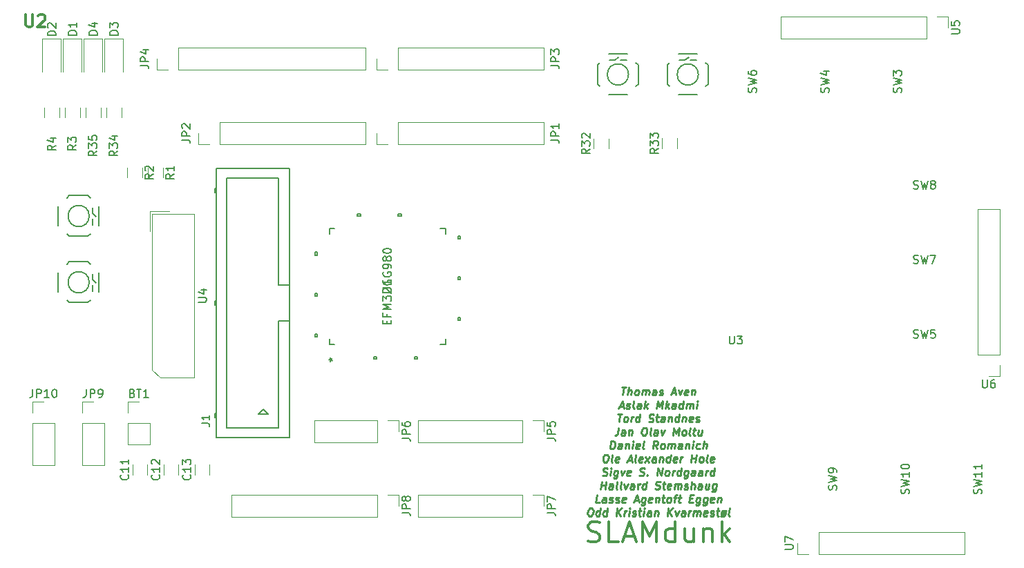
<source format=gbr>
G04 #@! TF.GenerationSoftware,KiCad,Pcbnew,5.0.0-fee4fd1~66~ubuntu18.04.1*
G04 #@! TF.CreationDate,2018-10-02T15:59:07+02:00*
G04 #@! TF.ProjectId,pcb,7063622E6B696361645F706362000000,rev?*
G04 #@! TF.SameCoordinates,Original*
G04 #@! TF.FileFunction,Legend,Top*
G04 #@! TF.FilePolarity,Positive*
%FSLAX46Y46*%
G04 Gerber Fmt 4.6, Leading zero omitted, Abs format (unit mm)*
G04 Created by KiCad (PCBNEW 5.0.0-fee4fd1~66~ubuntu18.04.1) date Tue Oct  2 15:59:07 2018*
%MOMM*%
%LPD*%
G01*
G04 APERTURE LIST*
%ADD10C,0.300000*%
%ADD11C,0.235300*%
%ADD12C,0.120000*%
%ADD13C,0.152400*%
%ADD14C,0.150000*%
%ADD15C,0.200660*%
%ADD16C,0.304800*%
G04 APERTURE END LIST*
D10*
X126187809Y-109222380D02*
X126547238Y-109342190D01*
X127146285Y-109342190D01*
X127385904Y-109222380D01*
X127505714Y-109102571D01*
X127625523Y-108862952D01*
X127625523Y-108623333D01*
X127505714Y-108383714D01*
X127385904Y-108263904D01*
X127146285Y-108144095D01*
X126667047Y-108024285D01*
X126427428Y-107904476D01*
X126307619Y-107784666D01*
X126187809Y-107545047D01*
X126187809Y-107305428D01*
X126307619Y-107065809D01*
X126427428Y-106946000D01*
X126667047Y-106826190D01*
X127266095Y-106826190D01*
X127625523Y-106946000D01*
X129901904Y-109342190D02*
X128703809Y-109342190D01*
X128703809Y-106826190D01*
X130620761Y-108623333D02*
X131818857Y-108623333D01*
X130381142Y-109342190D02*
X131219809Y-106826190D01*
X132058476Y-109342190D01*
X132897142Y-109342190D02*
X132897142Y-106826190D01*
X133735809Y-108623333D01*
X134574476Y-106826190D01*
X134574476Y-109342190D01*
X136850857Y-109342190D02*
X136850857Y-106826190D01*
X136850857Y-109222380D02*
X136611238Y-109342190D01*
X136132000Y-109342190D01*
X135892380Y-109222380D01*
X135772571Y-109102571D01*
X135652761Y-108862952D01*
X135652761Y-108144095D01*
X135772571Y-107904476D01*
X135892380Y-107784666D01*
X136132000Y-107664857D01*
X136611238Y-107664857D01*
X136850857Y-107784666D01*
X139127238Y-107664857D02*
X139127238Y-109342190D01*
X138048952Y-107664857D02*
X138048952Y-108982761D01*
X138168761Y-109222380D01*
X138408380Y-109342190D01*
X138767809Y-109342190D01*
X139007428Y-109222380D01*
X139127238Y-109102571D01*
X140325333Y-107664857D02*
X140325333Y-109342190D01*
X140325333Y-107904476D02*
X140445142Y-107784666D01*
X140684761Y-107664857D01*
X141044190Y-107664857D01*
X141283809Y-107784666D01*
X141403619Y-108024285D01*
X141403619Y-109342190D01*
X142601714Y-109342190D02*
X142601714Y-106826190D01*
X142841333Y-108383714D02*
X143560190Y-109342190D01*
X143560190Y-107664857D02*
X142601714Y-108623333D01*
D11*
X130282211Y-90370630D02*
X130832382Y-90370630D01*
X130439646Y-91311830D02*
X130557296Y-90370630D01*
X131035665Y-91311830D02*
X131153315Y-90370630D01*
X131448294Y-91311830D02*
X131509920Y-90818821D01*
X131475277Y-90729183D01*
X131389184Y-90684364D01*
X131251641Y-90684364D01*
X131154344Y-90729183D01*
X131102894Y-90774002D01*
X132044313Y-91311830D02*
X131958220Y-91267011D01*
X131917975Y-91222192D01*
X131883332Y-91132554D01*
X131916946Y-90863640D01*
X131973999Y-90774002D01*
X132025449Y-90729183D01*
X132122746Y-90684364D01*
X132260289Y-90684364D01*
X132346382Y-90729183D01*
X132386627Y-90774002D01*
X132421270Y-90863640D01*
X132387656Y-91132554D01*
X132330603Y-91222192D01*
X132279153Y-91267011D01*
X132181856Y-91311830D01*
X132044313Y-91311830D01*
X132777875Y-91311830D02*
X132856308Y-90684364D01*
X132845103Y-90774002D02*
X132896553Y-90729183D01*
X132993851Y-90684364D01*
X133131394Y-90684364D01*
X133217487Y-90729183D01*
X133252130Y-90818821D01*
X133190503Y-91311830D01*
X133252130Y-90818821D02*
X133309182Y-90729183D01*
X133406480Y-90684364D01*
X133544022Y-90684364D01*
X133630115Y-90729183D01*
X133664758Y-90818821D01*
X133603132Y-91311830D01*
X134474237Y-91311830D02*
X134535863Y-90818821D01*
X134501220Y-90729183D01*
X134415127Y-90684364D01*
X134231737Y-90684364D01*
X134134439Y-90729183D01*
X134479839Y-91267011D02*
X134382541Y-91311830D01*
X134153303Y-91311830D01*
X134067211Y-91267011D01*
X134032568Y-91177373D01*
X134043772Y-91087735D01*
X134100825Y-90998097D01*
X134198122Y-90953278D01*
X134427361Y-90953278D01*
X134524658Y-90908459D01*
X134892468Y-91267011D02*
X134978561Y-91311830D01*
X135161951Y-91311830D01*
X135259249Y-91267011D01*
X135316301Y-91177373D01*
X135321903Y-91132554D01*
X135287261Y-91042916D01*
X135201168Y-90998097D01*
X135063625Y-90998097D01*
X134977532Y-90953278D01*
X134942889Y-90863640D01*
X134948491Y-90818821D01*
X135005544Y-90729183D01*
X135102841Y-90684364D01*
X135240384Y-90684364D01*
X135326477Y-90729183D01*
X136433451Y-91042916D02*
X136891927Y-91042916D01*
X136308141Y-91311830D02*
X136746725Y-90370630D01*
X136950008Y-91311830D01*
X137257680Y-90684364D02*
X137408484Y-91311830D01*
X137716156Y-90684364D01*
X138376887Y-91267011D02*
X138279589Y-91311830D01*
X138096199Y-91311830D01*
X138010106Y-91267011D01*
X137975463Y-91177373D01*
X138020282Y-90818821D01*
X138077334Y-90729183D01*
X138174632Y-90684364D01*
X138358022Y-90684364D01*
X138444115Y-90729183D01*
X138478758Y-90818821D01*
X138467553Y-90908459D01*
X137997872Y-90998097D01*
X138908194Y-90684364D02*
X138829761Y-91311830D01*
X138896989Y-90774002D02*
X138948439Y-90729183D01*
X139045737Y-90684364D01*
X139183280Y-90684364D01*
X139269372Y-90729183D01*
X139304015Y-90818821D01*
X139242389Y-91311830D01*
X130060632Y-92690016D02*
X130519108Y-92690016D01*
X129935322Y-92958930D02*
X130373906Y-92017730D01*
X130577189Y-92958930D01*
X130857877Y-92914111D02*
X130943970Y-92958930D01*
X131127361Y-92958930D01*
X131224658Y-92914111D01*
X131281711Y-92824473D01*
X131287313Y-92779654D01*
X131252670Y-92690016D01*
X131166577Y-92645197D01*
X131029034Y-92645197D01*
X130942941Y-92600378D01*
X130908299Y-92510740D01*
X130913901Y-92465921D01*
X130970953Y-92376283D01*
X131068251Y-92331464D01*
X131205794Y-92331464D01*
X131291887Y-92376283D01*
X131815075Y-92958930D02*
X131728982Y-92914111D01*
X131694339Y-92824473D01*
X131795182Y-92017730D01*
X132594484Y-92958930D02*
X132656111Y-92465921D01*
X132621468Y-92376283D01*
X132535375Y-92331464D01*
X132351984Y-92331464D01*
X132254687Y-92376283D01*
X132600087Y-92914111D02*
X132502789Y-92958930D01*
X132273551Y-92958930D01*
X132187458Y-92914111D01*
X132152815Y-92824473D01*
X132164020Y-92734835D01*
X132221072Y-92645197D01*
X132318370Y-92600378D01*
X132547608Y-92600378D01*
X132644906Y-92555559D01*
X133052961Y-92958930D02*
X133170611Y-92017730D01*
X133189475Y-92600378D02*
X133419741Y-92958930D01*
X133498175Y-92331464D02*
X133086575Y-92690016D01*
X134565932Y-92958930D02*
X134683582Y-92017730D01*
X134920480Y-92690016D01*
X135325449Y-92017730D01*
X135207799Y-92958930D01*
X135666275Y-92958930D02*
X135783925Y-92017730D01*
X135802789Y-92600378D02*
X136033056Y-92958930D01*
X136111489Y-92331464D02*
X135699889Y-92690016D01*
X136858313Y-92958930D02*
X136919939Y-92465921D01*
X136885296Y-92376283D01*
X136799203Y-92331464D01*
X136615813Y-92331464D01*
X136518515Y-92376283D01*
X136863915Y-92914111D02*
X136766618Y-92958930D01*
X136537380Y-92958930D01*
X136451287Y-92914111D01*
X136416644Y-92824473D01*
X136427849Y-92734835D01*
X136484901Y-92645197D01*
X136582199Y-92600378D01*
X136811437Y-92600378D01*
X136908734Y-92555559D01*
X137729418Y-92958930D02*
X137847068Y-92017730D01*
X137735020Y-92914111D02*
X137637722Y-92958930D01*
X137454332Y-92958930D01*
X137368239Y-92914111D01*
X137327994Y-92869292D01*
X137293351Y-92779654D01*
X137326965Y-92510740D01*
X137384018Y-92421102D01*
X137435468Y-92376283D01*
X137532765Y-92331464D01*
X137716156Y-92331464D01*
X137802249Y-92376283D01*
X138187894Y-92958930D02*
X138266327Y-92331464D01*
X138255122Y-92421102D02*
X138306572Y-92376283D01*
X138403870Y-92331464D01*
X138541413Y-92331464D01*
X138627506Y-92376283D01*
X138662149Y-92465921D01*
X138600522Y-92958930D01*
X138662149Y-92465921D02*
X138719201Y-92376283D01*
X138816499Y-92331464D01*
X138954041Y-92331464D01*
X139040134Y-92376283D01*
X139074777Y-92465921D01*
X139013151Y-92958930D01*
X139471627Y-92958930D02*
X139550061Y-92331464D01*
X139589277Y-92017730D02*
X139537827Y-92062550D01*
X139578072Y-92107369D01*
X139629522Y-92062550D01*
X139589277Y-92017730D01*
X139578072Y-92107369D01*
X129800811Y-93664830D02*
X130350982Y-93664830D01*
X129958246Y-94606030D02*
X130075896Y-93664830D01*
X130691808Y-94606030D02*
X130605715Y-94561211D01*
X130565470Y-94516392D01*
X130530827Y-94426754D01*
X130564441Y-94157840D01*
X130621494Y-94068202D01*
X130672944Y-94023383D01*
X130770241Y-93978564D01*
X130907784Y-93978564D01*
X130993877Y-94023383D01*
X131034122Y-94068202D01*
X131068765Y-94157840D01*
X131035151Y-94426754D01*
X130978099Y-94516392D01*
X130926649Y-94561211D01*
X130829351Y-94606030D01*
X130691808Y-94606030D01*
X131425370Y-94606030D02*
X131503803Y-93978564D01*
X131481394Y-94157840D02*
X131538446Y-94068202D01*
X131589896Y-94023383D01*
X131687194Y-93978564D01*
X131778889Y-93978564D01*
X132434018Y-94606030D02*
X132551668Y-93664830D01*
X132439620Y-94561211D02*
X132342322Y-94606030D01*
X132158932Y-94606030D01*
X132072839Y-94561211D01*
X132032594Y-94516392D01*
X131997951Y-94426754D01*
X132031565Y-94157840D01*
X132088618Y-94068202D01*
X132140068Y-94023383D01*
X132237365Y-93978564D01*
X132420756Y-93978564D01*
X132506849Y-94023383D01*
X133585811Y-94561211D02*
X133717751Y-94606030D01*
X133946989Y-94606030D01*
X134044287Y-94561211D01*
X134095737Y-94516392D01*
X134152789Y-94426754D01*
X134163994Y-94337116D01*
X134129351Y-94247478D01*
X134089106Y-94202659D01*
X134003013Y-94157840D01*
X133825225Y-94113021D01*
X133739132Y-94068202D01*
X133698887Y-94023383D01*
X133664244Y-93933745D01*
X133675449Y-93844107D01*
X133732501Y-93754469D01*
X133783951Y-93709650D01*
X133881249Y-93664830D01*
X134110487Y-93664830D01*
X134242427Y-93709650D01*
X134483899Y-93978564D02*
X134850680Y-93978564D01*
X134660658Y-93664830D02*
X134559815Y-94471573D01*
X134594458Y-94561211D01*
X134680551Y-94606030D01*
X134772246Y-94606030D01*
X135505808Y-94606030D02*
X135567434Y-94113021D01*
X135532791Y-94023383D01*
X135446699Y-93978564D01*
X135263308Y-93978564D01*
X135166011Y-94023383D01*
X135511411Y-94561211D02*
X135414113Y-94606030D01*
X135184875Y-94606030D01*
X135098782Y-94561211D01*
X135064139Y-94471573D01*
X135075344Y-94381935D01*
X135132396Y-94292297D01*
X135229694Y-94247478D01*
X135458932Y-94247478D01*
X135556230Y-94202659D01*
X136042718Y-93978564D02*
X135964284Y-94606030D01*
X136031513Y-94068202D02*
X136082963Y-94023383D01*
X136180261Y-93978564D01*
X136317803Y-93978564D01*
X136403896Y-94023383D01*
X136438539Y-94113021D01*
X136376913Y-94606030D01*
X137248018Y-94606030D02*
X137365668Y-93664830D01*
X137253620Y-94561211D02*
X137156322Y-94606030D01*
X136972932Y-94606030D01*
X136886839Y-94561211D01*
X136846594Y-94516392D01*
X136811951Y-94426754D01*
X136845565Y-94157840D01*
X136902618Y-94068202D01*
X136954068Y-94023383D01*
X137051365Y-93978564D01*
X137234756Y-93978564D01*
X137320849Y-94023383D01*
X137784927Y-93978564D02*
X137706494Y-94606030D01*
X137773722Y-94068202D02*
X137825172Y-94023383D01*
X137922470Y-93978564D01*
X138060013Y-93978564D01*
X138146106Y-94023383D01*
X138180749Y-94113021D01*
X138119122Y-94606030D01*
X138949982Y-94561211D02*
X138852684Y-94606030D01*
X138669294Y-94606030D01*
X138583201Y-94561211D01*
X138548558Y-94471573D01*
X138593377Y-94113021D01*
X138650430Y-94023383D01*
X138747727Y-93978564D01*
X138931118Y-93978564D01*
X139017211Y-94023383D01*
X139051853Y-94113021D01*
X139040649Y-94202659D01*
X138570968Y-94292297D01*
X139362611Y-94561211D02*
X139448703Y-94606030D01*
X139632094Y-94606030D01*
X139729391Y-94561211D01*
X139786444Y-94471573D01*
X139792046Y-94426754D01*
X139757403Y-94337116D01*
X139671311Y-94292297D01*
X139533768Y-94292297D01*
X139447675Y-94247478D01*
X139413032Y-94157840D01*
X139418634Y-94113021D01*
X139475687Y-94023383D01*
X139572984Y-93978564D01*
X139710527Y-93978564D01*
X139796620Y-94023383D01*
X129915430Y-95311930D02*
X129831394Y-95984216D01*
X129768739Y-96118673D01*
X129665839Y-96208311D01*
X129522694Y-96253130D01*
X129430999Y-96253130D01*
X130668884Y-96253130D02*
X130730511Y-95760121D01*
X130695868Y-95670483D01*
X130609775Y-95625664D01*
X130426384Y-95625664D01*
X130329087Y-95670483D01*
X130674487Y-96208311D02*
X130577189Y-96253130D01*
X130347951Y-96253130D01*
X130261858Y-96208311D01*
X130227215Y-96118673D01*
X130238420Y-96029035D01*
X130295472Y-95939397D01*
X130392770Y-95894578D01*
X130622008Y-95894578D01*
X130719306Y-95849759D01*
X131205794Y-95625664D02*
X131127361Y-96253130D01*
X131194589Y-95715302D02*
X131246039Y-95670483D01*
X131343337Y-95625664D01*
X131480880Y-95625664D01*
X131566972Y-95670483D01*
X131601615Y-95760121D01*
X131539989Y-96253130D01*
X133033068Y-95311930D02*
X133216458Y-95311930D01*
X133302551Y-95356750D01*
X133383041Y-95446388D01*
X133406480Y-95625664D01*
X133367263Y-95939397D01*
X133299006Y-96118673D01*
X133196106Y-96208311D01*
X133098808Y-96253130D01*
X132915418Y-96253130D01*
X132829325Y-96208311D01*
X132748834Y-96118673D01*
X132725396Y-95939397D01*
X132764613Y-95625664D01*
X132832870Y-95446388D01*
X132935770Y-95356750D01*
X133033068Y-95311930D01*
X133878218Y-96253130D02*
X133792125Y-96208311D01*
X133757482Y-96118673D01*
X133858325Y-95311930D01*
X134657627Y-96253130D02*
X134719253Y-95760121D01*
X134684611Y-95670483D01*
X134598518Y-95625664D01*
X134415127Y-95625664D01*
X134317830Y-95670483D01*
X134663230Y-96208311D02*
X134565932Y-96253130D01*
X134336694Y-96253130D01*
X134250601Y-96208311D01*
X134215958Y-96118673D01*
X134227163Y-96029035D01*
X134284215Y-95939397D01*
X134381513Y-95894578D01*
X134610751Y-95894578D01*
X134708049Y-95849759D01*
X135102841Y-95625664D02*
X135253646Y-96253130D01*
X135561318Y-95625664D01*
X136583227Y-96253130D02*
X136700877Y-95311930D01*
X136937775Y-95984216D01*
X137342744Y-95311930D01*
X137225094Y-96253130D01*
X137821113Y-96253130D02*
X137735020Y-96208311D01*
X137694775Y-96163492D01*
X137660132Y-96073854D01*
X137693746Y-95804940D01*
X137750799Y-95715302D01*
X137802249Y-95670483D01*
X137899546Y-95625664D01*
X138037089Y-95625664D01*
X138123182Y-95670483D01*
X138163427Y-95715302D01*
X138198070Y-95804940D01*
X138164456Y-96073854D01*
X138107403Y-96163492D01*
X138055953Y-96208311D01*
X137958656Y-96253130D01*
X137821113Y-96253130D01*
X138692218Y-96253130D02*
X138606125Y-96208311D01*
X138571482Y-96118673D01*
X138672325Y-95311930D01*
X138999889Y-95625664D02*
X139366670Y-95625664D01*
X139176649Y-95311930D02*
X139075806Y-96118673D01*
X139110449Y-96208311D01*
X139196541Y-96253130D01*
X139288237Y-96253130D01*
X140100232Y-95625664D02*
X140021799Y-96253130D01*
X139687603Y-95625664D02*
X139625977Y-96118673D01*
X139660620Y-96208311D01*
X139746713Y-96253130D01*
X139884256Y-96253130D01*
X139981553Y-96208311D01*
X140033003Y-96163492D01*
X128880827Y-97900230D02*
X128998477Y-96959030D01*
X129227715Y-96959030D01*
X129359656Y-97003850D01*
X129440146Y-97093488D01*
X129474789Y-97183126D01*
X129498227Y-97362402D01*
X129481420Y-97496859D01*
X129413163Y-97676135D01*
X129356111Y-97765773D01*
X129253211Y-97855411D01*
X129110065Y-97900230D01*
X128880827Y-97900230D01*
X130256256Y-97900230D02*
X130317882Y-97407221D01*
X130283239Y-97317583D01*
X130197146Y-97272764D01*
X130013756Y-97272764D01*
X129916458Y-97317583D01*
X130261858Y-97855411D02*
X130164561Y-97900230D01*
X129935322Y-97900230D01*
X129849230Y-97855411D01*
X129814587Y-97765773D01*
X129825791Y-97676135D01*
X129882844Y-97586497D01*
X129980141Y-97541678D01*
X130209380Y-97541678D01*
X130306677Y-97496859D01*
X130793165Y-97272764D02*
X130714732Y-97900230D01*
X130781961Y-97362402D02*
X130833411Y-97317583D01*
X130930708Y-97272764D01*
X131068251Y-97272764D01*
X131154344Y-97317583D01*
X131188987Y-97407221D01*
X131127361Y-97900230D01*
X131585837Y-97900230D02*
X131664270Y-97272764D01*
X131703487Y-96959030D02*
X131652037Y-97003850D01*
X131692282Y-97048669D01*
X131743732Y-97003850D01*
X131703487Y-96959030D01*
X131692282Y-97048669D01*
X132416696Y-97855411D02*
X132319399Y-97900230D01*
X132136008Y-97900230D01*
X132049915Y-97855411D01*
X132015272Y-97765773D01*
X132060091Y-97407221D01*
X132117144Y-97317583D01*
X132214441Y-97272764D01*
X132397832Y-97272764D01*
X132483925Y-97317583D01*
X132518568Y-97407221D01*
X132507363Y-97496859D01*
X132037682Y-97586497D01*
X133007113Y-97900230D02*
X132921020Y-97855411D01*
X132886377Y-97765773D01*
X132987220Y-96959030D01*
X134657627Y-97900230D02*
X134392718Y-97452040D01*
X134107456Y-97900230D02*
X134225106Y-96959030D01*
X134591887Y-96959030D01*
X134677980Y-97003850D01*
X134718225Y-97048669D01*
X134752868Y-97138307D01*
X134736061Y-97272764D01*
X134679008Y-97362402D01*
X134627558Y-97407221D01*
X134530261Y-97452040D01*
X134163480Y-97452040D01*
X135207799Y-97900230D02*
X135121706Y-97855411D01*
X135081461Y-97810592D01*
X135046818Y-97720954D01*
X135080432Y-97452040D01*
X135137484Y-97362402D01*
X135188934Y-97317583D01*
X135286232Y-97272764D01*
X135423775Y-97272764D01*
X135509868Y-97317583D01*
X135550113Y-97362402D01*
X135584756Y-97452040D01*
X135551141Y-97720954D01*
X135494089Y-97810592D01*
X135442639Y-97855411D01*
X135345341Y-97900230D01*
X135207799Y-97900230D01*
X135941361Y-97900230D02*
X136019794Y-97272764D01*
X136008589Y-97362402D02*
X136060039Y-97317583D01*
X136157337Y-97272764D01*
X136294880Y-97272764D01*
X136380972Y-97317583D01*
X136415615Y-97407221D01*
X136353989Y-97900230D01*
X136415615Y-97407221D02*
X136472668Y-97317583D01*
X136569965Y-97272764D01*
X136707508Y-97272764D01*
X136793601Y-97317583D01*
X136828244Y-97407221D01*
X136766618Y-97900230D01*
X137637722Y-97900230D02*
X137699349Y-97407221D01*
X137664706Y-97317583D01*
X137578613Y-97272764D01*
X137395222Y-97272764D01*
X137297925Y-97317583D01*
X137643325Y-97855411D02*
X137546027Y-97900230D01*
X137316789Y-97900230D01*
X137230696Y-97855411D01*
X137196053Y-97765773D01*
X137207258Y-97676135D01*
X137264311Y-97586497D01*
X137361608Y-97541678D01*
X137590846Y-97541678D01*
X137688144Y-97496859D01*
X138174632Y-97272764D02*
X138096199Y-97900230D01*
X138163427Y-97362402D02*
X138214877Y-97317583D01*
X138312175Y-97272764D01*
X138449718Y-97272764D01*
X138535811Y-97317583D01*
X138570453Y-97407221D01*
X138508827Y-97900230D01*
X138967303Y-97900230D02*
X139045737Y-97272764D01*
X139084953Y-96959030D02*
X139033503Y-97003850D01*
X139073749Y-97048669D01*
X139125199Y-97003850D01*
X139084953Y-96959030D01*
X139073749Y-97048669D01*
X139844011Y-97855411D02*
X139746713Y-97900230D01*
X139563322Y-97900230D01*
X139477230Y-97855411D01*
X139436984Y-97810592D01*
X139402341Y-97720954D01*
X139435956Y-97452040D01*
X139493008Y-97362402D01*
X139544458Y-97317583D01*
X139641756Y-97272764D01*
X139825146Y-97272764D01*
X139911239Y-97317583D01*
X140251037Y-97900230D02*
X140368687Y-96959030D01*
X140663665Y-97900230D02*
X140725291Y-97407221D01*
X140690649Y-97317583D01*
X140604556Y-97272764D01*
X140467013Y-97272764D01*
X140369715Y-97317583D01*
X140318265Y-97362402D01*
X128310763Y-98606130D02*
X128494153Y-98606130D01*
X128580246Y-98650950D01*
X128660737Y-98740588D01*
X128684175Y-98919864D01*
X128644958Y-99233597D01*
X128576701Y-99412873D01*
X128473801Y-99502511D01*
X128376503Y-99547330D01*
X128193113Y-99547330D01*
X128107020Y-99502511D01*
X128026530Y-99412873D01*
X128003091Y-99233597D01*
X128042308Y-98919864D01*
X128110565Y-98740588D01*
X128213465Y-98650950D01*
X128310763Y-98606130D01*
X129155913Y-99547330D02*
X129069820Y-99502511D01*
X129035177Y-99412873D01*
X129136020Y-98606130D01*
X129895077Y-99502511D02*
X129797780Y-99547330D01*
X129614389Y-99547330D01*
X129528296Y-99502511D01*
X129493653Y-99412873D01*
X129538472Y-99054321D01*
X129595525Y-98964683D01*
X129692822Y-98919864D01*
X129876213Y-98919864D01*
X129962306Y-98964683D01*
X129996949Y-99054321D01*
X129985744Y-99143959D01*
X129516063Y-99233597D01*
X131069280Y-99278416D02*
X131527756Y-99278416D01*
X130943970Y-99547330D02*
X131382553Y-98606130D01*
X131585837Y-99547330D01*
X132044313Y-99547330D02*
X131958220Y-99502511D01*
X131923577Y-99412873D01*
X132024420Y-98606130D01*
X132783477Y-99502511D02*
X132686180Y-99547330D01*
X132502789Y-99547330D01*
X132416696Y-99502511D01*
X132382053Y-99412873D01*
X132426872Y-99054321D01*
X132483925Y-98964683D01*
X132581222Y-98919864D01*
X132764613Y-98919864D01*
X132850706Y-98964683D01*
X132885349Y-99054321D01*
X132874144Y-99143959D01*
X132404463Y-99233597D01*
X133144656Y-99547330D02*
X133727413Y-98919864D01*
X133223089Y-98919864D02*
X133648980Y-99547330D01*
X134428389Y-99547330D02*
X134490015Y-99054321D01*
X134455372Y-98964683D01*
X134369280Y-98919864D01*
X134185889Y-98919864D01*
X134088591Y-98964683D01*
X134433991Y-99502511D02*
X134336694Y-99547330D01*
X134107456Y-99547330D01*
X134021363Y-99502511D01*
X133986720Y-99412873D01*
X133997925Y-99323235D01*
X134054977Y-99233597D01*
X134152275Y-99188778D01*
X134381513Y-99188778D01*
X134478811Y-99143959D01*
X134965299Y-98919864D02*
X134886865Y-99547330D01*
X134954094Y-99009502D02*
X135005544Y-98964683D01*
X135102841Y-98919864D01*
X135240384Y-98919864D01*
X135326477Y-98964683D01*
X135361120Y-99054321D01*
X135299494Y-99547330D01*
X136170599Y-99547330D02*
X136288249Y-98606130D01*
X136176201Y-99502511D02*
X136078903Y-99547330D01*
X135895513Y-99547330D01*
X135809420Y-99502511D01*
X135769175Y-99457692D01*
X135734532Y-99368054D01*
X135768146Y-99099140D01*
X135825199Y-99009502D01*
X135876649Y-98964683D01*
X135973946Y-98919864D01*
X136157337Y-98919864D01*
X136243430Y-98964683D01*
X137001458Y-99502511D02*
X136904161Y-99547330D01*
X136720770Y-99547330D01*
X136634677Y-99502511D01*
X136600034Y-99412873D01*
X136644853Y-99054321D01*
X136701906Y-98964683D01*
X136799203Y-98919864D01*
X136982594Y-98919864D01*
X137068687Y-98964683D01*
X137103330Y-99054321D01*
X137092125Y-99143959D01*
X136622444Y-99233597D01*
X137454332Y-99547330D02*
X137532765Y-98919864D01*
X137510356Y-99099140D02*
X137567408Y-99009502D01*
X137618858Y-98964683D01*
X137716156Y-98919864D01*
X137807851Y-98919864D01*
X138783913Y-99547330D02*
X138901563Y-98606130D01*
X138845539Y-99054321D02*
X139395711Y-99054321D01*
X139334084Y-99547330D02*
X139451734Y-98606130D01*
X139930103Y-99547330D02*
X139844011Y-99502511D01*
X139803765Y-99457692D01*
X139769122Y-99368054D01*
X139802737Y-99099140D01*
X139859789Y-99009502D01*
X139911239Y-98964683D01*
X140008537Y-98919864D01*
X140146080Y-98919864D01*
X140232172Y-98964683D01*
X140272418Y-99009502D01*
X140307061Y-99099140D01*
X140273446Y-99368054D01*
X140216394Y-99457692D01*
X140164944Y-99502511D01*
X140067646Y-99547330D01*
X139930103Y-99547330D01*
X140801208Y-99547330D02*
X140715115Y-99502511D01*
X140680472Y-99412873D01*
X140781315Y-98606130D01*
X141540372Y-99502511D02*
X141443075Y-99547330D01*
X141259684Y-99547330D01*
X141173591Y-99502511D01*
X141138949Y-99412873D01*
X141183768Y-99054321D01*
X141240820Y-98964683D01*
X141338118Y-98919864D01*
X141521508Y-98919864D01*
X141607601Y-98964683D01*
X141642244Y-99054321D01*
X141631039Y-99143959D01*
X141161358Y-99233597D01*
X127923630Y-101149611D02*
X128055570Y-101194430D01*
X128284808Y-101194430D01*
X128382106Y-101149611D01*
X128433556Y-101104792D01*
X128490608Y-101015154D01*
X128501813Y-100925516D01*
X128467170Y-100835878D01*
X128426925Y-100791059D01*
X128340832Y-100746240D01*
X128163044Y-100701421D01*
X128076951Y-100656602D01*
X128036706Y-100611783D01*
X128002063Y-100522145D01*
X128013268Y-100432507D01*
X128070320Y-100342869D01*
X128121770Y-100298050D01*
X128219068Y-100253230D01*
X128448306Y-100253230D01*
X128580246Y-100298050D01*
X128880827Y-101194430D02*
X128959261Y-100566964D01*
X128998477Y-100253230D02*
X128947027Y-100298050D01*
X128987272Y-100342869D01*
X129038722Y-100298050D01*
X128998477Y-100253230D01*
X128987272Y-100342869D01*
X129830365Y-100566964D02*
X129735125Y-101328888D01*
X129678072Y-101418526D01*
X129626622Y-101463345D01*
X129529325Y-101508164D01*
X129391782Y-101508164D01*
X129305689Y-101463345D01*
X129757534Y-101149611D02*
X129660237Y-101194430D01*
X129476846Y-101194430D01*
X129390753Y-101149611D01*
X129350508Y-101104792D01*
X129315865Y-101015154D01*
X129349480Y-100746240D01*
X129406532Y-100656602D01*
X129457982Y-100611783D01*
X129555280Y-100566964D01*
X129738670Y-100566964D01*
X129824763Y-100611783D01*
X130197146Y-100566964D02*
X130347951Y-101194430D01*
X130655622Y-100566964D01*
X131316353Y-101149611D02*
X131219056Y-101194430D01*
X131035665Y-101194430D01*
X130949572Y-101149611D01*
X130914930Y-101059973D01*
X130959749Y-100701421D01*
X131016801Y-100611783D01*
X131114099Y-100566964D01*
X131297489Y-100566964D01*
X131383582Y-100611783D01*
X131418225Y-100701421D01*
X131407020Y-100791059D01*
X130937339Y-100880697D01*
X132462544Y-101149611D02*
X132594484Y-101194430D01*
X132823722Y-101194430D01*
X132921020Y-101149611D01*
X132972470Y-101104792D01*
X133029522Y-101015154D01*
X133040727Y-100925516D01*
X133006084Y-100835878D01*
X132965839Y-100791059D01*
X132879746Y-100746240D01*
X132701958Y-100701421D01*
X132615865Y-100656602D01*
X132575620Y-100611783D01*
X132540977Y-100522145D01*
X132552182Y-100432507D01*
X132609234Y-100342869D01*
X132660684Y-100298050D01*
X132757982Y-100253230D01*
X132987220Y-100253230D01*
X133119161Y-100298050D01*
X133430946Y-101104792D02*
X133471191Y-101149611D01*
X133419741Y-101194430D01*
X133379496Y-101149611D01*
X133430946Y-101104792D01*
X133419741Y-101194430D01*
X134611780Y-101194430D02*
X134729430Y-100253230D01*
X135161951Y-101194430D01*
X135279601Y-100253230D01*
X135757970Y-101194430D02*
X135671877Y-101149611D01*
X135631632Y-101104792D01*
X135596989Y-101015154D01*
X135630603Y-100746240D01*
X135687656Y-100656602D01*
X135739106Y-100611783D01*
X135836403Y-100566964D01*
X135973946Y-100566964D01*
X136060039Y-100611783D01*
X136100284Y-100656602D01*
X136134927Y-100746240D01*
X136101313Y-101015154D01*
X136044261Y-101104792D01*
X135992811Y-101149611D01*
X135895513Y-101194430D01*
X135757970Y-101194430D01*
X136491532Y-101194430D02*
X136569965Y-100566964D01*
X136547556Y-100746240D02*
X136604608Y-100656602D01*
X136656058Y-100611783D01*
X136753356Y-100566964D01*
X136845051Y-100566964D01*
X137500180Y-101194430D02*
X137617830Y-100253230D01*
X137505782Y-101149611D02*
X137408484Y-101194430D01*
X137225094Y-101194430D01*
X137139001Y-101149611D01*
X137098756Y-101104792D01*
X137064113Y-101015154D01*
X137097727Y-100746240D01*
X137154780Y-100656602D01*
X137206230Y-100611783D01*
X137303527Y-100566964D01*
X137486918Y-100566964D01*
X137573011Y-100611783D01*
X138449718Y-100566964D02*
X138354477Y-101328888D01*
X138297425Y-101418526D01*
X138245975Y-101463345D01*
X138148677Y-101508164D01*
X138011134Y-101508164D01*
X137925041Y-101463345D01*
X138376887Y-101149611D02*
X138279589Y-101194430D01*
X138096199Y-101194430D01*
X138010106Y-101149611D01*
X137969861Y-101104792D01*
X137935218Y-101015154D01*
X137968832Y-100746240D01*
X138025884Y-100656602D01*
X138077334Y-100611783D01*
X138174632Y-100566964D01*
X138358022Y-100566964D01*
X138444115Y-100611783D01*
X139242389Y-101194430D02*
X139304015Y-100701421D01*
X139269372Y-100611783D01*
X139183280Y-100566964D01*
X138999889Y-100566964D01*
X138902591Y-100611783D01*
X139247991Y-101149611D02*
X139150694Y-101194430D01*
X138921456Y-101194430D01*
X138835363Y-101149611D01*
X138800720Y-101059973D01*
X138811925Y-100970335D01*
X138868977Y-100880697D01*
X138966275Y-100835878D01*
X139195513Y-100835878D01*
X139292811Y-100791059D01*
X140113494Y-101194430D02*
X140175120Y-100701421D01*
X140140477Y-100611783D01*
X140054384Y-100566964D01*
X139870994Y-100566964D01*
X139773696Y-100611783D01*
X140119096Y-101149611D02*
X140021799Y-101194430D01*
X139792561Y-101194430D01*
X139706468Y-101149611D01*
X139671825Y-101059973D01*
X139683030Y-100970335D01*
X139740082Y-100880697D01*
X139837380Y-100835878D01*
X140066618Y-100835878D01*
X140163915Y-100791059D01*
X140571970Y-101194430D02*
X140650403Y-100566964D01*
X140627994Y-100746240D02*
X140685046Y-100656602D01*
X140736496Y-100611783D01*
X140833794Y-100566964D01*
X140925489Y-100566964D01*
X141580618Y-101194430D02*
X141698268Y-100253230D01*
X141586220Y-101149611D02*
X141488922Y-101194430D01*
X141305532Y-101194430D01*
X141219439Y-101149611D01*
X141179194Y-101104792D01*
X141144551Y-101015154D01*
X141178165Y-100746240D01*
X141235218Y-100656602D01*
X141286668Y-100611783D01*
X141383965Y-100566964D01*
X141567356Y-100566964D01*
X141653449Y-100611783D01*
X127734637Y-102841530D02*
X127852287Y-101900330D01*
X127796263Y-102348521D02*
X128346434Y-102348521D01*
X128284808Y-102841530D02*
X128402458Y-101900330D01*
X129155913Y-102841530D02*
X129217539Y-102348521D01*
X129182896Y-102258883D01*
X129096803Y-102214064D01*
X128913413Y-102214064D01*
X128816115Y-102258883D01*
X129161515Y-102796711D02*
X129064218Y-102841530D01*
X128834980Y-102841530D01*
X128748887Y-102796711D01*
X128714244Y-102707073D01*
X128725449Y-102617435D01*
X128782501Y-102527797D01*
X128879799Y-102482978D01*
X129109037Y-102482978D01*
X129206334Y-102438159D01*
X129751932Y-102841530D02*
X129665839Y-102796711D01*
X129631196Y-102707073D01*
X129732039Y-101900330D01*
X130256256Y-102841530D02*
X130170163Y-102796711D01*
X130135520Y-102707073D01*
X130236363Y-101900330D01*
X130609775Y-102214064D02*
X130760580Y-102841530D01*
X131068251Y-102214064D01*
X131769227Y-102841530D02*
X131830853Y-102348521D01*
X131796211Y-102258883D01*
X131710118Y-102214064D01*
X131526727Y-102214064D01*
X131429430Y-102258883D01*
X131774830Y-102796711D02*
X131677532Y-102841530D01*
X131448294Y-102841530D01*
X131362201Y-102796711D01*
X131327558Y-102707073D01*
X131338763Y-102617435D01*
X131395815Y-102527797D01*
X131493113Y-102482978D01*
X131722351Y-102482978D01*
X131819649Y-102438159D01*
X132227703Y-102841530D02*
X132306137Y-102214064D01*
X132283727Y-102393340D02*
X132340780Y-102303702D01*
X132392230Y-102258883D01*
X132489527Y-102214064D01*
X132581222Y-102214064D01*
X133236351Y-102841530D02*
X133354001Y-101900330D01*
X133241953Y-102796711D02*
X133144656Y-102841530D01*
X132961265Y-102841530D01*
X132875172Y-102796711D01*
X132834927Y-102751892D01*
X132800284Y-102662254D01*
X132833899Y-102393340D01*
X132890951Y-102303702D01*
X132942401Y-102258883D01*
X133039699Y-102214064D01*
X133223089Y-102214064D01*
X133309182Y-102258883D01*
X134388144Y-102796711D02*
X134520084Y-102841530D01*
X134749322Y-102841530D01*
X134846620Y-102796711D01*
X134898070Y-102751892D01*
X134955122Y-102662254D01*
X134966327Y-102572616D01*
X134931684Y-102482978D01*
X134891439Y-102438159D01*
X134805346Y-102393340D01*
X134627558Y-102348521D01*
X134541465Y-102303702D01*
X134501220Y-102258883D01*
X134466577Y-102169245D01*
X134477782Y-102079607D01*
X134534834Y-101989969D01*
X134586284Y-101945150D01*
X134683582Y-101900330D01*
X134912820Y-101900330D01*
X135044761Y-101945150D01*
X135286232Y-102214064D02*
X135653013Y-102214064D01*
X135462991Y-101900330D02*
X135362149Y-102707073D01*
X135396791Y-102796711D01*
X135482884Y-102841530D01*
X135574580Y-102841530D01*
X136267896Y-102796711D02*
X136170599Y-102841530D01*
X135987208Y-102841530D01*
X135901115Y-102796711D01*
X135866472Y-102707073D01*
X135911291Y-102348521D01*
X135968344Y-102258883D01*
X136065641Y-102214064D01*
X136249032Y-102214064D01*
X136335125Y-102258883D01*
X136369768Y-102348521D01*
X136358563Y-102438159D01*
X135888882Y-102527797D01*
X136720770Y-102841530D02*
X136799203Y-102214064D01*
X136787999Y-102303702D02*
X136839449Y-102258883D01*
X136936746Y-102214064D01*
X137074289Y-102214064D01*
X137160382Y-102258883D01*
X137195025Y-102348521D01*
X137133399Y-102841530D01*
X137195025Y-102348521D02*
X137252077Y-102258883D01*
X137349375Y-102214064D01*
X137486918Y-102214064D01*
X137573011Y-102258883D01*
X137607653Y-102348521D01*
X137546027Y-102841530D01*
X137964258Y-102796711D02*
X138050351Y-102841530D01*
X138233741Y-102841530D01*
X138331039Y-102796711D01*
X138388091Y-102707073D01*
X138393694Y-102662254D01*
X138359051Y-102572616D01*
X138272958Y-102527797D01*
X138135415Y-102527797D01*
X138049322Y-102482978D01*
X138014680Y-102393340D01*
X138020282Y-102348521D01*
X138077334Y-102258883D01*
X138174632Y-102214064D01*
X138312175Y-102214064D01*
X138398268Y-102258883D01*
X138783913Y-102841530D02*
X138901563Y-101900330D01*
X139196541Y-102841530D02*
X139258168Y-102348521D01*
X139223525Y-102258883D01*
X139137432Y-102214064D01*
X138999889Y-102214064D01*
X138902591Y-102258883D01*
X138851141Y-102303702D01*
X140067646Y-102841530D02*
X140129272Y-102348521D01*
X140094630Y-102258883D01*
X140008537Y-102214064D01*
X139825146Y-102214064D01*
X139727849Y-102258883D01*
X140073249Y-102796711D02*
X139975951Y-102841530D01*
X139746713Y-102841530D01*
X139660620Y-102796711D01*
X139625977Y-102707073D01*
X139637182Y-102617435D01*
X139694234Y-102527797D01*
X139791532Y-102482978D01*
X140020770Y-102482978D01*
X140118068Y-102438159D01*
X141017184Y-102214064D02*
X140938751Y-102841530D01*
X140604556Y-102214064D02*
X140542930Y-102707073D01*
X140577572Y-102796711D01*
X140663665Y-102841530D01*
X140801208Y-102841530D01*
X140898506Y-102796711D01*
X140949956Y-102751892D01*
X141888289Y-102214064D02*
X141793049Y-102975988D01*
X141735996Y-103065626D01*
X141684546Y-103110445D01*
X141587249Y-103155264D01*
X141449706Y-103155264D01*
X141363613Y-103110445D01*
X141815458Y-102796711D02*
X141718161Y-102841530D01*
X141534770Y-102841530D01*
X141448677Y-102796711D01*
X141408432Y-102751892D01*
X141373789Y-102662254D01*
X141407403Y-102393340D01*
X141464456Y-102303702D01*
X141515906Y-102258883D01*
X141613203Y-102214064D01*
X141796594Y-102214064D01*
X141882687Y-102258883D01*
X127597094Y-104488630D02*
X127138618Y-104488630D01*
X127256268Y-103547430D01*
X128330656Y-104488630D02*
X128392282Y-103995621D01*
X128357639Y-103905983D01*
X128271546Y-103861164D01*
X128088156Y-103861164D01*
X127990858Y-103905983D01*
X128336258Y-104443811D02*
X128238961Y-104488630D01*
X128009722Y-104488630D01*
X127923630Y-104443811D01*
X127888987Y-104354173D01*
X127900191Y-104264535D01*
X127957244Y-104174897D01*
X128054541Y-104130078D01*
X128283780Y-104130078D01*
X128381077Y-104085259D01*
X128748887Y-104443811D02*
X128834980Y-104488630D01*
X129018370Y-104488630D01*
X129115668Y-104443811D01*
X129172720Y-104354173D01*
X129178322Y-104309354D01*
X129143680Y-104219716D01*
X129057587Y-104174897D01*
X128920044Y-104174897D01*
X128833951Y-104130078D01*
X128799308Y-104040440D01*
X128804911Y-103995621D01*
X128861963Y-103905983D01*
X128959261Y-103861164D01*
X129096803Y-103861164D01*
X129182896Y-103905983D01*
X129528296Y-104443811D02*
X129614389Y-104488630D01*
X129797780Y-104488630D01*
X129895077Y-104443811D01*
X129952130Y-104354173D01*
X129957732Y-104309354D01*
X129923089Y-104219716D01*
X129836996Y-104174897D01*
X129699453Y-104174897D01*
X129613361Y-104130078D01*
X129578718Y-104040440D01*
X129584320Y-103995621D01*
X129641372Y-103905983D01*
X129738670Y-103861164D01*
X129876213Y-103861164D01*
X129962306Y-103905983D01*
X130720334Y-104443811D02*
X130623037Y-104488630D01*
X130439646Y-104488630D01*
X130353553Y-104443811D01*
X130318911Y-104354173D01*
X130363730Y-103995621D01*
X130420782Y-103905983D01*
X130518080Y-103861164D01*
X130701470Y-103861164D01*
X130787563Y-103905983D01*
X130822206Y-103995621D01*
X130811001Y-104085259D01*
X130341320Y-104174897D01*
X131894537Y-104219716D02*
X132353013Y-104219716D01*
X131769227Y-104488630D02*
X132207811Y-103547430D01*
X132411094Y-104488630D01*
X133223089Y-103861164D02*
X133127849Y-104623088D01*
X133070796Y-104712726D01*
X133019346Y-104757545D01*
X132922049Y-104802364D01*
X132784506Y-104802364D01*
X132698413Y-104757545D01*
X133150258Y-104443811D02*
X133052961Y-104488630D01*
X132869570Y-104488630D01*
X132783477Y-104443811D01*
X132743232Y-104398992D01*
X132708589Y-104309354D01*
X132742203Y-104040440D01*
X132799256Y-103950802D01*
X132850706Y-103905983D01*
X132948003Y-103861164D01*
X133131394Y-103861164D01*
X133217487Y-103905983D01*
X133975515Y-104443811D02*
X133878218Y-104488630D01*
X133694827Y-104488630D01*
X133608734Y-104443811D01*
X133574091Y-104354173D01*
X133618911Y-103995621D01*
X133675963Y-103905983D01*
X133773261Y-103861164D01*
X133956651Y-103861164D01*
X134042744Y-103905983D01*
X134077387Y-103995621D01*
X134066182Y-104085259D01*
X133596501Y-104174897D01*
X134506822Y-103861164D02*
X134428389Y-104488630D01*
X134495618Y-103950802D02*
X134547068Y-103905983D01*
X134644365Y-103861164D01*
X134781908Y-103861164D01*
X134868001Y-103905983D01*
X134902644Y-103995621D01*
X134841018Y-104488630D01*
X135240384Y-103861164D02*
X135607165Y-103861164D01*
X135417144Y-103547430D02*
X135316301Y-104354173D01*
X135350944Y-104443811D01*
X135437037Y-104488630D01*
X135528732Y-104488630D01*
X135987208Y-104488630D02*
X135901115Y-104443811D01*
X135860870Y-104398992D01*
X135826227Y-104309354D01*
X135859841Y-104040440D01*
X135916894Y-103950802D01*
X135968344Y-103905983D01*
X136065641Y-103861164D01*
X136203184Y-103861164D01*
X136289277Y-103905983D01*
X136329522Y-103950802D01*
X136364165Y-104040440D01*
X136330551Y-104309354D01*
X136273499Y-104398992D01*
X136222049Y-104443811D01*
X136124751Y-104488630D01*
X135987208Y-104488630D01*
X136661661Y-103861164D02*
X137028441Y-103861164D01*
X136720770Y-104488630D02*
X136821613Y-103681888D01*
X136878665Y-103592250D01*
X136975963Y-103547430D01*
X137067658Y-103547430D01*
X137211832Y-103861164D02*
X137578613Y-103861164D01*
X137388591Y-103547430D02*
X137287749Y-104354173D01*
X137322391Y-104443811D01*
X137408484Y-104488630D01*
X137500180Y-104488630D01*
X138616301Y-103995621D02*
X138937234Y-103995621D01*
X139013151Y-104488630D02*
X138554675Y-104488630D01*
X138672325Y-103547430D01*
X139130801Y-103547430D01*
X139916841Y-103861164D02*
X139821601Y-104623088D01*
X139764549Y-104712726D01*
X139713099Y-104757545D01*
X139615801Y-104802364D01*
X139478258Y-104802364D01*
X139392165Y-104757545D01*
X139844011Y-104443811D02*
X139746713Y-104488630D01*
X139563322Y-104488630D01*
X139477230Y-104443811D01*
X139436984Y-104398992D01*
X139402341Y-104309354D01*
X139435956Y-104040440D01*
X139493008Y-103950802D01*
X139544458Y-103905983D01*
X139641756Y-103861164D01*
X139825146Y-103861164D01*
X139911239Y-103905983D01*
X140787946Y-103861164D02*
X140692706Y-104623088D01*
X140635653Y-104712726D01*
X140584203Y-104757545D01*
X140486906Y-104802364D01*
X140349363Y-104802364D01*
X140263270Y-104757545D01*
X140715115Y-104443811D02*
X140617818Y-104488630D01*
X140434427Y-104488630D01*
X140348334Y-104443811D01*
X140308089Y-104398992D01*
X140273446Y-104309354D01*
X140307061Y-104040440D01*
X140364113Y-103950802D01*
X140415563Y-103905983D01*
X140512861Y-103861164D01*
X140696251Y-103861164D01*
X140782344Y-103905983D01*
X141540372Y-104443811D02*
X141443075Y-104488630D01*
X141259684Y-104488630D01*
X141173591Y-104443811D01*
X141138949Y-104354173D01*
X141183768Y-103995621D01*
X141240820Y-103905983D01*
X141338118Y-103861164D01*
X141521508Y-103861164D01*
X141607601Y-103905983D01*
X141642244Y-103995621D01*
X141631039Y-104085259D01*
X141161358Y-104174897D01*
X142071680Y-103861164D02*
X141993246Y-104488630D01*
X142060475Y-103950802D02*
X142111925Y-103905983D01*
X142209222Y-103861164D01*
X142346765Y-103861164D01*
X142432858Y-103905983D01*
X142467501Y-103995621D01*
X142405875Y-104488630D01*
X126431011Y-105194530D02*
X126614401Y-105194530D01*
X126700494Y-105239350D01*
X126780984Y-105328988D01*
X126804422Y-105508264D01*
X126765206Y-105821997D01*
X126696949Y-106001273D01*
X126594049Y-106090911D01*
X126496751Y-106135730D01*
X126313361Y-106135730D01*
X126227268Y-106090911D01*
X126146777Y-106001273D01*
X126123339Y-105821997D01*
X126162556Y-105508264D01*
X126230813Y-105328988D01*
X126333713Y-105239350D01*
X126431011Y-105194530D01*
X127551246Y-106135730D02*
X127668896Y-105194530D01*
X127556849Y-106090911D02*
X127459551Y-106135730D01*
X127276161Y-106135730D01*
X127190068Y-106090911D01*
X127149822Y-106046092D01*
X127115180Y-105956454D01*
X127148794Y-105687540D01*
X127205846Y-105597902D01*
X127257296Y-105553083D01*
X127354594Y-105508264D01*
X127537984Y-105508264D01*
X127624077Y-105553083D01*
X128422351Y-106135730D02*
X128540001Y-105194530D01*
X128427953Y-106090911D02*
X128330656Y-106135730D01*
X128147265Y-106135730D01*
X128061172Y-106090911D01*
X128020927Y-106046092D01*
X127986284Y-105956454D01*
X128019899Y-105687540D01*
X128076951Y-105597902D01*
X128128401Y-105553083D01*
X128225699Y-105508264D01*
X128409089Y-105508264D01*
X128495182Y-105553083D01*
X129614389Y-106135730D02*
X129732039Y-105194530D01*
X130164561Y-106135730D02*
X129819161Y-105597902D01*
X130282211Y-105194530D02*
X129664811Y-105732359D01*
X130577189Y-106135730D02*
X130655622Y-105508264D01*
X130633213Y-105687540D02*
X130690265Y-105597902D01*
X130741715Y-105553083D01*
X130839013Y-105508264D01*
X130930708Y-105508264D01*
X131173208Y-106135730D02*
X131251641Y-105508264D01*
X131290858Y-105194530D02*
X131239408Y-105239350D01*
X131279653Y-105284169D01*
X131331103Y-105239350D01*
X131290858Y-105194530D01*
X131279653Y-105284169D01*
X131591439Y-106090911D02*
X131677532Y-106135730D01*
X131860922Y-106135730D01*
X131958220Y-106090911D01*
X132015272Y-106001273D01*
X132020875Y-105956454D01*
X131986232Y-105866816D01*
X131900139Y-105821997D01*
X131762596Y-105821997D01*
X131676503Y-105777178D01*
X131641861Y-105687540D01*
X131647463Y-105642721D01*
X131704515Y-105553083D01*
X131801813Y-105508264D01*
X131939356Y-105508264D01*
X132025449Y-105553083D01*
X132351984Y-105508264D02*
X132718765Y-105508264D01*
X132528744Y-105194530D02*
X132427901Y-106001273D01*
X132462544Y-106090911D01*
X132548637Y-106135730D01*
X132640332Y-106135730D01*
X132961265Y-106135730D02*
X133039699Y-105508264D01*
X133078915Y-105194530D02*
X133027465Y-105239350D01*
X133067711Y-105284169D01*
X133119161Y-105239350D01*
X133078915Y-105194530D01*
X133067711Y-105284169D01*
X133832370Y-106135730D02*
X133893996Y-105642721D01*
X133859353Y-105553083D01*
X133773261Y-105508264D01*
X133589870Y-105508264D01*
X133492572Y-105553083D01*
X133837972Y-106090911D02*
X133740675Y-106135730D01*
X133511437Y-106135730D01*
X133425344Y-106090911D01*
X133390701Y-106001273D01*
X133401906Y-105911635D01*
X133458958Y-105821997D01*
X133556256Y-105777178D01*
X133785494Y-105777178D01*
X133882791Y-105732359D01*
X134369280Y-105508264D02*
X134290846Y-106135730D01*
X134358075Y-105597902D02*
X134409525Y-105553083D01*
X134506822Y-105508264D01*
X134644365Y-105508264D01*
X134730458Y-105553083D01*
X134765101Y-105642721D01*
X134703475Y-106135730D01*
X135895513Y-106135730D02*
X136013163Y-105194530D01*
X136445684Y-106135730D02*
X136100284Y-105597902D01*
X136563334Y-105194530D02*
X135945934Y-105732359D01*
X136845051Y-105508264D02*
X136995856Y-106135730D01*
X137303527Y-105508264D01*
X138004503Y-106135730D02*
X138066130Y-105642721D01*
X138031487Y-105553083D01*
X137945394Y-105508264D01*
X137762003Y-105508264D01*
X137664706Y-105553083D01*
X138010106Y-106090911D02*
X137912808Y-106135730D01*
X137683570Y-106135730D01*
X137597477Y-106090911D01*
X137562834Y-106001273D01*
X137574039Y-105911635D01*
X137631091Y-105821997D01*
X137728389Y-105777178D01*
X137957627Y-105777178D01*
X138054925Y-105732359D01*
X138462980Y-106135730D02*
X138541413Y-105508264D01*
X138519003Y-105687540D02*
X138576056Y-105597902D01*
X138627506Y-105553083D01*
X138724803Y-105508264D01*
X138816499Y-105508264D01*
X139058999Y-106135730D02*
X139137432Y-105508264D01*
X139126227Y-105597902D02*
X139177677Y-105553083D01*
X139274975Y-105508264D01*
X139412518Y-105508264D01*
X139498611Y-105553083D01*
X139533253Y-105642721D01*
X139471627Y-106135730D01*
X139533253Y-105642721D02*
X139590306Y-105553083D01*
X139687603Y-105508264D01*
X139825146Y-105508264D01*
X139911239Y-105553083D01*
X139945882Y-105642721D01*
X139884256Y-106135730D01*
X140715115Y-106090911D02*
X140617818Y-106135730D01*
X140434427Y-106135730D01*
X140348334Y-106090911D01*
X140313691Y-106001273D01*
X140358511Y-105642721D01*
X140415563Y-105553083D01*
X140512861Y-105508264D01*
X140696251Y-105508264D01*
X140782344Y-105553083D01*
X140816987Y-105642721D01*
X140805782Y-105732359D01*
X140336101Y-105821997D01*
X141127744Y-106090911D02*
X141213837Y-106135730D01*
X141397227Y-106135730D01*
X141494525Y-106090911D01*
X141551577Y-106001273D01*
X141557180Y-105956454D01*
X141522537Y-105866816D01*
X141436444Y-105821997D01*
X141298901Y-105821997D01*
X141212808Y-105777178D01*
X141178165Y-105687540D01*
X141183768Y-105642721D01*
X141240820Y-105553083D01*
X141338118Y-105508264D01*
X141475661Y-105508264D01*
X141561753Y-105553083D01*
X141888289Y-105508264D02*
X142255070Y-105508264D01*
X142065049Y-105194530D02*
X141964206Y-106001273D01*
X141998849Y-106090911D01*
X142084941Y-106135730D01*
X142176637Y-106135730D01*
X143080327Y-105508264D02*
X142405875Y-106135730D01*
X142635113Y-106135730D02*
X142549020Y-106090911D01*
X142508775Y-106046092D01*
X142474132Y-105956454D01*
X142507746Y-105687540D01*
X142564799Y-105597902D01*
X142616249Y-105553083D01*
X142713546Y-105508264D01*
X142851089Y-105508264D01*
X142937182Y-105553083D01*
X142977427Y-105597902D01*
X143012070Y-105687540D01*
X142978456Y-105956454D01*
X142921403Y-106046092D01*
X142869953Y-106090911D01*
X142772656Y-106135730D01*
X142635113Y-106135730D01*
X143506218Y-106135730D02*
X143420125Y-106090911D01*
X143385482Y-106001273D01*
X143486325Y-105194530D01*
D12*
G04 #@! TO.C,U4*
X72466000Y-68768000D02*
X72466000Y-71178000D01*
X74876000Y-68768000D02*
X72466000Y-68768000D01*
X77886000Y-89188000D02*
X77886000Y-69068000D01*
X73766000Y-89188000D02*
X77886000Y-89188000D01*
X72766000Y-88188000D02*
X73766000Y-89188000D01*
X72766000Y-69068000D02*
X72766000Y-88188000D01*
X77886000Y-69068000D02*
X72766000Y-69068000D01*
D13*
G04 #@! TO.C,U1*
X92989400Y-83787501D02*
X92989400Y-84168501D01*
X92735400Y-83787501D02*
X92989400Y-83787501D01*
X92735400Y-84168501D02*
X92735400Y-83787501D01*
X92989400Y-84168501D02*
X92735400Y-84168501D01*
X92989400Y-78787501D02*
X92989400Y-79168501D01*
X92735400Y-78787501D02*
X92989400Y-78787501D01*
X92735400Y-79168501D02*
X92735400Y-78787501D01*
X92989400Y-79168501D02*
X92735400Y-79168501D01*
X92989400Y-73787500D02*
X92989400Y-74168500D01*
X92735400Y-73787500D02*
X92989400Y-73787500D01*
X92735400Y-74168500D02*
X92735400Y-73787500D01*
X92989400Y-74168500D02*
X92735400Y-74168500D01*
X97909499Y-69367400D02*
X97909499Y-69113400D01*
X98290499Y-69367400D02*
X97909499Y-69367400D01*
X98290499Y-69113400D02*
X98290499Y-69367400D01*
X97909499Y-69113400D02*
X98290499Y-69113400D01*
X102909500Y-69367400D02*
X102909500Y-69113400D01*
X103290500Y-69367400D02*
X102909500Y-69367400D01*
X103290500Y-69113400D02*
X103290500Y-69367400D01*
X102909500Y-69113400D02*
X103290500Y-69113400D01*
X110210600Y-71787499D02*
X110210600Y-72168499D01*
X110464600Y-71787499D02*
X110210600Y-71787499D01*
X110464600Y-72168499D02*
X110464600Y-71787499D01*
X110210600Y-72168499D02*
X110464600Y-72168499D01*
X110210600Y-76787499D02*
X110210600Y-77168499D01*
X110464600Y-76787499D02*
X110210600Y-76787499D01*
X110464600Y-77168499D02*
X110464600Y-76787499D01*
X110210600Y-77168499D02*
X110464600Y-77168499D01*
X110210600Y-81787500D02*
X110210600Y-82168500D01*
X110464600Y-81787500D02*
X110210600Y-81787500D01*
X110464600Y-82168500D02*
X110464600Y-81787500D01*
X110210600Y-82168500D02*
X110464600Y-82168500D01*
X104909501Y-86588600D02*
X104909501Y-86842600D01*
X105290501Y-86588600D02*
X104909501Y-86588600D01*
X105290501Y-86842600D02*
X105290501Y-86588600D01*
X104909501Y-86842600D02*
X105290501Y-86842600D01*
X99909500Y-86588600D02*
X99909500Y-86842600D01*
X100290500Y-86588600D02*
X99909500Y-86588600D01*
X100290500Y-86842600D02*
X100290500Y-86588600D01*
X99909500Y-86842600D02*
X100290500Y-86842600D01*
X94475300Y-84450441D02*
X94475300Y-85102700D01*
X95127559Y-70853300D02*
X94475300Y-70853300D01*
X108724700Y-71505559D02*
X108724700Y-70853300D01*
X108072441Y-85102700D02*
X108724700Y-85102700D01*
X94475300Y-85102700D02*
X95127559Y-85102700D01*
X94475300Y-70853300D02*
X94475300Y-71505559D01*
X108724700Y-70853300D02*
X108072441Y-70853300D01*
X108724700Y-85102700D02*
X108724700Y-84450441D01*
D14*
G04 #@! TO.C,J1*
X86360000Y-93040000D02*
X86960000Y-93640000D01*
X85760000Y-93640000D02*
X86360000Y-93040000D01*
X86960000Y-93640000D02*
X85760000Y-93640000D01*
X80520000Y-94090000D02*
X80520000Y-93590000D01*
X80420000Y-93590000D02*
X80620000Y-93590000D01*
X80420000Y-94090000D02*
X80420000Y-93590000D01*
X80620000Y-94090000D02*
X80420000Y-94090000D01*
X80520000Y-66430000D02*
X80520000Y-65930000D01*
X80420000Y-65930000D02*
X80620000Y-65930000D01*
X80420000Y-66430000D02*
X80420000Y-65930000D01*
X80620000Y-66430000D02*
X80420000Y-66430000D01*
X80520000Y-80260000D02*
X80520000Y-79760000D01*
X80420000Y-79760000D02*
X80620000Y-79760000D01*
X80420000Y-80260000D02*
X80420000Y-79760000D01*
X80620000Y-80260000D02*
X80420000Y-80260000D01*
X88260000Y-77785000D02*
X89560000Y-77785000D01*
X88260000Y-64710000D02*
X88260000Y-77785000D01*
X81920000Y-64710000D02*
X88260000Y-64710000D01*
X81920000Y-95310000D02*
X81920000Y-64710000D01*
X88260000Y-95310000D02*
X81920000Y-95310000D01*
X88260000Y-82235000D02*
X88260000Y-95310000D01*
X89560000Y-82235000D02*
X88260000Y-82235000D01*
X89560000Y-63510000D02*
X89560000Y-96510000D01*
X80620000Y-63510000D02*
X89560000Y-63510000D01*
X80620000Y-96510000D02*
X80620000Y-63510000D01*
X89560000Y-96510000D02*
X80620000Y-96510000D01*
D12*
G04 #@! TO.C,JP2*
X78426000Y-60512000D02*
X78426000Y-59182000D01*
X79756000Y-60512000D02*
X78426000Y-60512000D01*
X81026000Y-60512000D02*
X81026000Y-57852000D01*
X81026000Y-57852000D02*
X98866000Y-57852000D01*
X81026000Y-60512000D02*
X98866000Y-60512000D01*
X98866000Y-60512000D02*
X98866000Y-57852000D01*
G04 #@! TO.C,JP3*
X100270000Y-51368000D02*
X100270000Y-50038000D01*
X101600000Y-51368000D02*
X100270000Y-51368000D01*
X102870000Y-51368000D02*
X102870000Y-48708000D01*
X102870000Y-48708000D02*
X120710000Y-48708000D01*
X102870000Y-51368000D02*
X120710000Y-51368000D01*
X120710000Y-51368000D02*
X120710000Y-48708000D01*
D15*
G04 #@! TO.C,SW1*
X65054480Y-77470000D02*
G75*
G03X65054480Y-77470000I-1300480J0D01*
G01*
X66253360Y-76319380D02*
X66253360Y-78620620D01*
X61254640Y-76319380D02*
X61254640Y-78620620D01*
X64904620Y-79969360D02*
X65204340Y-79669640D01*
X62603380Y-79969360D02*
X64904620Y-79969360D01*
X62600840Y-79969360D02*
X62301120Y-79669640D01*
X64902080Y-74970640D02*
X65201800Y-75270360D01*
X64899540Y-74970640D02*
X62598300Y-74970640D01*
X62598300Y-74970640D02*
X62298580Y-75270360D01*
X65504060Y-76420980D02*
X65504060Y-77119480D01*
X65504060Y-77769720D02*
X65504060Y-78569820D01*
X65504060Y-77119480D02*
X65854580Y-77569060D01*
G04 #@! TO.C,SW2*
X65054480Y-69342000D02*
G75*
G03X65054480Y-69342000I-1300480J0D01*
G01*
X66253360Y-68191380D02*
X66253360Y-70492620D01*
X61254640Y-68191380D02*
X61254640Y-70492620D01*
X64904620Y-71841360D02*
X65204340Y-71541640D01*
X62603380Y-71841360D02*
X64904620Y-71841360D01*
X62600840Y-71841360D02*
X62301120Y-71541640D01*
X64902080Y-66842640D02*
X65201800Y-67142360D01*
X64899540Y-66842640D02*
X62598300Y-66842640D01*
X62598300Y-66842640D02*
X62298580Y-67142360D01*
X65504060Y-68292980D02*
X65504060Y-68991480D01*
X65504060Y-69641720D02*
X65504060Y-70441820D01*
X65504060Y-68991480D02*
X65854580Y-69441060D01*
D12*
G04 #@! TO.C,BT1*
X69790000Y-92142000D02*
X71120000Y-92142000D01*
X69790000Y-93472000D02*
X69790000Y-92142000D01*
X69790000Y-94742000D02*
X72450000Y-94742000D01*
X72450000Y-94742000D02*
X72450000Y-97342000D01*
X69790000Y-94742000D02*
X69790000Y-97342000D01*
X69790000Y-97342000D02*
X72450000Y-97342000D01*
G04 #@! TO.C,D1*
X61857000Y-47578000D02*
X61857000Y-51638000D01*
X64127000Y-47578000D02*
X61857000Y-47578000D01*
X64127000Y-51638000D02*
X64127000Y-47578000D01*
G04 #@! TO.C,D2*
X59317000Y-47578000D02*
X59317000Y-51638000D01*
X61587000Y-47578000D02*
X59317000Y-47578000D01*
X61587000Y-51638000D02*
X61587000Y-47578000D01*
G04 #@! TO.C,D3*
X66937000Y-47578000D02*
X66937000Y-51638000D01*
X69207000Y-47578000D02*
X66937000Y-47578000D01*
X69207000Y-51638000D02*
X69207000Y-47578000D01*
G04 #@! TO.C,D4*
X64397000Y-47578000D02*
X64397000Y-51638000D01*
X66667000Y-47578000D02*
X64397000Y-47578000D01*
X66667000Y-51638000D02*
X66667000Y-47578000D01*
G04 #@! TO.C,R1*
X72242000Y-63405936D02*
X72242000Y-64610064D01*
X74062000Y-63405936D02*
X74062000Y-64610064D01*
G04 #@! TO.C,R2*
X69702000Y-63405936D02*
X69702000Y-64610064D01*
X71522000Y-63405936D02*
X71522000Y-64610064D01*
G04 #@! TO.C,R3*
X63902000Y-57244064D02*
X63902000Y-56039936D01*
X62082000Y-57244064D02*
X62082000Y-56039936D01*
G04 #@! TO.C,R4*
X61362000Y-57244064D02*
X61362000Y-56039936D01*
X59542000Y-57244064D02*
X59542000Y-56039936D01*
G04 #@! TO.C,C11*
X72157000Y-101059064D02*
X72157000Y-99854936D01*
X70337000Y-101059064D02*
X70337000Y-99854936D01*
G04 #@! TO.C,C12*
X75967000Y-101059064D02*
X75967000Y-99854936D01*
X74147000Y-101059064D02*
X74147000Y-99854936D01*
G04 #@! TO.C,C13*
X79777000Y-101059064D02*
X79777000Y-99854936D01*
X77957000Y-101059064D02*
X77957000Y-99854936D01*
G04 #@! TO.C,R32*
X128672000Y-61054064D02*
X128672000Y-59849936D01*
X126852000Y-61054064D02*
X126852000Y-59849936D01*
G04 #@! TO.C,R33*
X137054000Y-61017564D02*
X137054000Y-59813436D01*
X135234000Y-61017564D02*
X135234000Y-59813436D01*
G04 #@! TO.C,R34*
X68982000Y-57244064D02*
X68982000Y-56039936D01*
X67162000Y-57244064D02*
X67162000Y-56039936D01*
G04 #@! TO.C,R35*
X66442000Y-57244064D02*
X66442000Y-56039936D01*
X64622000Y-57244064D02*
X64622000Y-56039936D01*
G04 #@! TO.C,U5*
X170240000Y-44898000D02*
X170240000Y-46228000D01*
X168910000Y-44898000D02*
X170240000Y-44898000D01*
X167640000Y-44898000D02*
X167640000Y-47558000D01*
X167640000Y-47558000D02*
X149800000Y-47558000D01*
X167640000Y-44898000D02*
X149800000Y-44898000D01*
X149800000Y-44898000D02*
X149800000Y-47558000D01*
G04 #@! TO.C,U6*
X176590000Y-88960000D02*
X175260000Y-88960000D01*
X176590000Y-87630000D02*
X176590000Y-88960000D01*
X176590000Y-86360000D02*
X173930000Y-86360000D01*
X173930000Y-86360000D02*
X173930000Y-68520000D01*
X176590000Y-86360000D02*
X176590000Y-68520000D01*
X176590000Y-68520000D02*
X173930000Y-68520000D01*
G04 #@! TO.C,U7*
X151832000Y-110804000D02*
X151832000Y-109474000D01*
X153162000Y-110804000D02*
X151832000Y-110804000D01*
X154432000Y-110804000D02*
X154432000Y-108144000D01*
X154432000Y-108144000D02*
X172272000Y-108144000D01*
X154432000Y-110804000D02*
X172272000Y-110804000D01*
X172272000Y-110804000D02*
X172272000Y-108144000D01*
G04 #@! TO.C,JP1*
X100270000Y-60512000D02*
X100270000Y-59182000D01*
X101600000Y-60512000D02*
X100270000Y-60512000D01*
X102870000Y-60512000D02*
X102870000Y-57852000D01*
X102870000Y-57852000D02*
X120710000Y-57852000D01*
X102870000Y-60512000D02*
X120710000Y-60512000D01*
X120710000Y-60512000D02*
X120710000Y-57852000D01*
G04 #@! TO.C,JP4*
X73346000Y-51368000D02*
X73346000Y-50038000D01*
X74676000Y-51368000D02*
X73346000Y-51368000D01*
X75946000Y-51368000D02*
X75946000Y-48708000D01*
X75946000Y-48708000D02*
X98866000Y-48708000D01*
X75946000Y-51368000D02*
X98866000Y-51368000D01*
X98866000Y-51368000D02*
X98866000Y-48708000D01*
G04 #@! TO.C,JP5*
X120710000Y-94428000D02*
X120710000Y-95758000D01*
X119380000Y-94428000D02*
X120710000Y-94428000D01*
X118110000Y-94428000D02*
X118110000Y-97088000D01*
X118110000Y-97088000D02*
X105350000Y-97088000D01*
X118110000Y-94428000D02*
X105350000Y-94428000D01*
X105350000Y-94428000D02*
X105350000Y-97088000D01*
G04 #@! TO.C,JP6*
X102930000Y-94428000D02*
X102930000Y-95758000D01*
X101600000Y-94428000D02*
X102930000Y-94428000D01*
X100330000Y-94428000D02*
X100330000Y-97088000D01*
X100330000Y-97088000D02*
X92650000Y-97088000D01*
X100330000Y-94428000D02*
X92650000Y-94428000D01*
X92650000Y-94428000D02*
X92650000Y-97088000D01*
G04 #@! TO.C,JP7*
X120710000Y-103572000D02*
X120710000Y-104902000D01*
X119380000Y-103572000D02*
X120710000Y-103572000D01*
X118110000Y-103572000D02*
X118110000Y-106232000D01*
X118110000Y-106232000D02*
X105350000Y-106232000D01*
X118110000Y-103572000D02*
X105350000Y-103572000D01*
X105350000Y-103572000D02*
X105350000Y-106232000D01*
G04 #@! TO.C,JP8*
X102930000Y-103572000D02*
X102930000Y-104902000D01*
X101600000Y-103572000D02*
X102930000Y-103572000D01*
X100330000Y-103572000D02*
X100330000Y-106232000D01*
X100330000Y-106232000D02*
X82490000Y-106232000D01*
X100330000Y-103572000D02*
X82490000Y-103572000D01*
X82490000Y-103572000D02*
X82490000Y-106232000D01*
G04 #@! TO.C,JP9*
X64202000Y-92142000D02*
X65532000Y-92142000D01*
X64202000Y-93472000D02*
X64202000Y-92142000D01*
X64202000Y-94742000D02*
X66862000Y-94742000D01*
X66862000Y-94742000D02*
X66862000Y-99882000D01*
X64202000Y-94742000D02*
X64202000Y-99882000D01*
X64202000Y-99882000D02*
X66862000Y-99882000D01*
D15*
G04 #@! TO.C,SW12*
X131130480Y-51981000D02*
G75*
G03X131130480Y-51981000I-1300480J0D01*
G01*
X128679380Y-49481640D02*
X130980620Y-49481640D01*
X128679380Y-54480360D02*
X130980620Y-54480360D01*
X132329360Y-50830380D02*
X132029640Y-50530660D01*
X132329360Y-53131620D02*
X132329360Y-50830380D01*
X132329360Y-53134160D02*
X132029640Y-53433880D01*
X127330640Y-50832920D02*
X127630360Y-50533200D01*
X127330640Y-50835460D02*
X127330640Y-53136700D01*
X127330640Y-53136700D02*
X127630360Y-53436420D01*
X128780980Y-50230940D02*
X129479480Y-50230940D01*
X130129720Y-50230940D02*
X130929820Y-50230940D01*
X129479480Y-50230940D02*
X129929060Y-49880420D01*
G04 #@! TO.C,SW13*
X139694480Y-51981000D02*
G75*
G03X139694480Y-51981000I-1300480J0D01*
G01*
X137243380Y-49481640D02*
X139544620Y-49481640D01*
X137243380Y-54480360D02*
X139544620Y-54480360D01*
X140893360Y-50830380D02*
X140593640Y-50530660D01*
X140893360Y-53131620D02*
X140893360Y-50830380D01*
X140893360Y-53134160D02*
X140593640Y-53433880D01*
X135894640Y-50832920D02*
X136194360Y-50533200D01*
X135894640Y-50835460D02*
X135894640Y-53136700D01*
X135894640Y-53136700D02*
X136194360Y-53436420D01*
X137344980Y-50230940D02*
X138043480Y-50230940D01*
X138693720Y-50230940D02*
X139493820Y-50230940D01*
X138043480Y-50230940D02*
X138493060Y-49880420D01*
D12*
G04 #@! TO.C,JP10*
X58106000Y-99882000D02*
X60766000Y-99882000D01*
X58106000Y-94742000D02*
X58106000Y-99882000D01*
X60766000Y-94742000D02*
X60766000Y-99882000D01*
X58106000Y-94742000D02*
X60766000Y-94742000D01*
X58106000Y-93472000D02*
X58106000Y-92142000D01*
X58106000Y-92142000D02*
X59436000Y-92142000D01*
G04 #@! TO.C,U2*
D16*
X57258857Y-44631428D02*
X57258857Y-45865142D01*
X57331428Y-46010285D01*
X57404000Y-46082857D01*
X57549142Y-46155428D01*
X57839428Y-46155428D01*
X57984571Y-46082857D01*
X58057142Y-46010285D01*
X58129714Y-45865142D01*
X58129714Y-44631428D01*
X58782857Y-44776571D02*
X58855428Y-44704000D01*
X59000571Y-44631428D01*
X59363428Y-44631428D01*
X59508571Y-44704000D01*
X59581142Y-44776571D01*
X59653714Y-44921714D01*
X59653714Y-45066857D01*
X59581142Y-45284571D01*
X58710285Y-46155428D01*
X59653714Y-46155428D01*
G04 #@! TO.C,U3*
D14*
X143510095Y-84042380D02*
X143510095Y-84851904D01*
X143557714Y-84947142D01*
X143605333Y-84994761D01*
X143700571Y-85042380D01*
X143891047Y-85042380D01*
X143986285Y-84994761D01*
X144033904Y-84947142D01*
X144081523Y-84851904D01*
X144081523Y-84042380D01*
X144462476Y-84042380D02*
X145081523Y-84042380D01*
X144748190Y-84423333D01*
X144891047Y-84423333D01*
X144986285Y-84470952D01*
X145033904Y-84518571D01*
X145081523Y-84613809D01*
X145081523Y-84851904D01*
X145033904Y-84947142D01*
X144986285Y-84994761D01*
X144891047Y-85042380D01*
X144605333Y-85042380D01*
X144510095Y-84994761D01*
X144462476Y-84947142D01*
G04 #@! TO.C,SW3*
X164520761Y-54165333D02*
X164568380Y-54022476D01*
X164568380Y-53784380D01*
X164520761Y-53689142D01*
X164473142Y-53641523D01*
X164377904Y-53593904D01*
X164282666Y-53593904D01*
X164187428Y-53641523D01*
X164139809Y-53689142D01*
X164092190Y-53784380D01*
X164044571Y-53974857D01*
X163996952Y-54070095D01*
X163949333Y-54117714D01*
X163854095Y-54165333D01*
X163758857Y-54165333D01*
X163663619Y-54117714D01*
X163616000Y-54070095D01*
X163568380Y-53974857D01*
X163568380Y-53736761D01*
X163616000Y-53593904D01*
X163568380Y-53260571D02*
X164568380Y-53022476D01*
X163854095Y-52832000D01*
X164568380Y-52641523D01*
X163568380Y-52403428D01*
X163568380Y-52117714D02*
X163568380Y-51498666D01*
X163949333Y-51832000D01*
X163949333Y-51689142D01*
X163996952Y-51593904D01*
X164044571Y-51546285D01*
X164139809Y-51498666D01*
X164377904Y-51498666D01*
X164473142Y-51546285D01*
X164520761Y-51593904D01*
X164568380Y-51689142D01*
X164568380Y-51974857D01*
X164520761Y-52070095D01*
X164473142Y-52117714D01*
G04 #@! TO.C,U4*
X78428380Y-79889904D02*
X79237904Y-79889904D01*
X79333142Y-79842285D01*
X79380761Y-79794666D01*
X79428380Y-79699428D01*
X79428380Y-79508952D01*
X79380761Y-79413714D01*
X79333142Y-79366095D01*
X79237904Y-79318476D01*
X78428380Y-79318476D01*
X78761714Y-78413714D02*
X79428380Y-78413714D01*
X78380761Y-78651809D02*
X79095047Y-78889904D01*
X79095047Y-78270857D01*
G04 #@! TO.C,U1*
X101052380Y-78739904D02*
X101861904Y-78739904D01*
X101957142Y-78692285D01*
X102004761Y-78644666D01*
X102052380Y-78549428D01*
X102052380Y-78358952D01*
X102004761Y-78263714D01*
X101957142Y-78216095D01*
X101861904Y-78168476D01*
X101052380Y-78168476D01*
X102052380Y-77168476D02*
X102052380Y-77739904D01*
X102052380Y-77454190D02*
X101052380Y-77454190D01*
X101195238Y-77549428D01*
X101290476Y-77644666D01*
X101338095Y-77739904D01*
X101528571Y-82573238D02*
X101528571Y-82239904D01*
X102052380Y-82097047D02*
X102052380Y-82573238D01*
X101052380Y-82573238D01*
X101052380Y-82097047D01*
X101528571Y-81335142D02*
X101528571Y-81668476D01*
X102052380Y-81668476D02*
X101052380Y-81668476D01*
X101052380Y-81192285D01*
X102052380Y-80811333D02*
X101052380Y-80811333D01*
X101766666Y-80478000D01*
X101052380Y-80144666D01*
X102052380Y-80144666D01*
X101052380Y-79763714D02*
X101052380Y-79144666D01*
X101433333Y-79478000D01*
X101433333Y-79335142D01*
X101480952Y-79239904D01*
X101528571Y-79192285D01*
X101623809Y-79144666D01*
X101861904Y-79144666D01*
X101957142Y-79192285D01*
X102004761Y-79239904D01*
X102052380Y-79335142D01*
X102052380Y-79620857D01*
X102004761Y-79716095D01*
X101957142Y-79763714D01*
X101147619Y-78763714D02*
X101100000Y-78716095D01*
X101052380Y-78620857D01*
X101052380Y-78382761D01*
X101100000Y-78287523D01*
X101147619Y-78239904D01*
X101242857Y-78192285D01*
X101338095Y-78192285D01*
X101480952Y-78239904D01*
X102052380Y-78811333D01*
X102052380Y-78192285D01*
X101100000Y-77239904D02*
X101052380Y-77335142D01*
X101052380Y-77478000D01*
X101100000Y-77620857D01*
X101195238Y-77716095D01*
X101290476Y-77763714D01*
X101480952Y-77811333D01*
X101623809Y-77811333D01*
X101814285Y-77763714D01*
X101909523Y-77716095D01*
X102004761Y-77620857D01*
X102052380Y-77478000D01*
X102052380Y-77382761D01*
X102004761Y-77239904D01*
X101957142Y-77192285D01*
X101623809Y-77192285D01*
X101623809Y-77382761D01*
X101100000Y-76239904D02*
X101052380Y-76335142D01*
X101052380Y-76478000D01*
X101100000Y-76620857D01*
X101195238Y-76716095D01*
X101290476Y-76763714D01*
X101480952Y-76811333D01*
X101623809Y-76811333D01*
X101814285Y-76763714D01*
X101909523Y-76716095D01*
X102004761Y-76620857D01*
X102052380Y-76478000D01*
X102052380Y-76382761D01*
X102004761Y-76239904D01*
X101957142Y-76192285D01*
X101623809Y-76192285D01*
X101623809Y-76382761D01*
X102052380Y-75716095D02*
X102052380Y-75525619D01*
X102004761Y-75430380D01*
X101957142Y-75382761D01*
X101814285Y-75287523D01*
X101623809Y-75239904D01*
X101242857Y-75239904D01*
X101147619Y-75287523D01*
X101100000Y-75335142D01*
X101052380Y-75430380D01*
X101052380Y-75620857D01*
X101100000Y-75716095D01*
X101147619Y-75763714D01*
X101242857Y-75811333D01*
X101480952Y-75811333D01*
X101576190Y-75763714D01*
X101623809Y-75716095D01*
X101671428Y-75620857D01*
X101671428Y-75430380D01*
X101623809Y-75335142D01*
X101576190Y-75287523D01*
X101480952Y-75239904D01*
X101480952Y-74668476D02*
X101433333Y-74763714D01*
X101385714Y-74811333D01*
X101290476Y-74858952D01*
X101242857Y-74858952D01*
X101147619Y-74811333D01*
X101100000Y-74763714D01*
X101052380Y-74668476D01*
X101052380Y-74478000D01*
X101100000Y-74382761D01*
X101147619Y-74335142D01*
X101242857Y-74287523D01*
X101290476Y-74287523D01*
X101385714Y-74335142D01*
X101433333Y-74382761D01*
X101480952Y-74478000D01*
X101480952Y-74668476D01*
X101528571Y-74763714D01*
X101576190Y-74811333D01*
X101671428Y-74858952D01*
X101861904Y-74858952D01*
X101957142Y-74811333D01*
X102004761Y-74763714D01*
X102052380Y-74668476D01*
X102052380Y-74478000D01*
X102004761Y-74382761D01*
X101957142Y-74335142D01*
X101861904Y-74287523D01*
X101671428Y-74287523D01*
X101576190Y-74335142D01*
X101528571Y-74382761D01*
X101480952Y-74478000D01*
X101052380Y-73668476D02*
X101052380Y-73573238D01*
X101100000Y-73478000D01*
X101147619Y-73430380D01*
X101242857Y-73382761D01*
X101433333Y-73335142D01*
X101671428Y-73335142D01*
X101861904Y-73382761D01*
X101957142Y-73430380D01*
X102004761Y-73478000D01*
X102052380Y-73573238D01*
X102052380Y-73668476D01*
X102004761Y-73763714D01*
X101957142Y-73811333D01*
X101861904Y-73858952D01*
X101671428Y-73906571D01*
X101433333Y-73906571D01*
X101242857Y-73858952D01*
X101147619Y-73811333D01*
X101100000Y-73763714D01*
X101052380Y-73668476D01*
X94421380Y-86969600D02*
X94659476Y-86969600D01*
X94564238Y-87207695D02*
X94659476Y-86969600D01*
X94564238Y-86731504D01*
X94849952Y-87112457D02*
X94659476Y-86969600D01*
X94849952Y-86826742D01*
G04 #@! TO.C,J1*
X78812380Y-94773333D02*
X79526666Y-94773333D01*
X79669523Y-94820952D01*
X79764761Y-94916190D01*
X79812380Y-95059047D01*
X79812380Y-95154285D01*
X79812380Y-93773333D02*
X79812380Y-94344761D01*
X79812380Y-94059047D02*
X78812380Y-94059047D01*
X78955238Y-94154285D01*
X79050476Y-94249523D01*
X79098095Y-94344761D01*
G04 #@! TO.C,JP2*
X76414380Y-60015333D02*
X77128666Y-60015333D01*
X77271523Y-60062952D01*
X77366761Y-60158190D01*
X77414380Y-60301047D01*
X77414380Y-60396285D01*
X77414380Y-59539142D02*
X76414380Y-59539142D01*
X76414380Y-59158190D01*
X76462000Y-59062952D01*
X76509619Y-59015333D01*
X76604857Y-58967714D01*
X76747714Y-58967714D01*
X76842952Y-59015333D01*
X76890571Y-59062952D01*
X76938190Y-59158190D01*
X76938190Y-59539142D01*
X76509619Y-58586761D02*
X76462000Y-58539142D01*
X76414380Y-58443904D01*
X76414380Y-58205809D01*
X76462000Y-58110571D01*
X76509619Y-58062952D01*
X76604857Y-58015333D01*
X76700095Y-58015333D01*
X76842952Y-58062952D01*
X77414380Y-58634380D01*
X77414380Y-58015333D01*
G04 #@! TO.C,JP3*
X121626380Y-50871333D02*
X122340666Y-50871333D01*
X122483523Y-50918952D01*
X122578761Y-51014190D01*
X122626380Y-51157047D01*
X122626380Y-51252285D01*
X122626380Y-50395142D02*
X121626380Y-50395142D01*
X121626380Y-50014190D01*
X121674000Y-49918952D01*
X121721619Y-49871333D01*
X121816857Y-49823714D01*
X121959714Y-49823714D01*
X122054952Y-49871333D01*
X122102571Y-49918952D01*
X122150190Y-50014190D01*
X122150190Y-50395142D01*
X121626380Y-49490380D02*
X121626380Y-48871333D01*
X122007333Y-49204666D01*
X122007333Y-49061809D01*
X122054952Y-48966571D01*
X122102571Y-48918952D01*
X122197809Y-48871333D01*
X122435904Y-48871333D01*
X122531142Y-48918952D01*
X122578761Y-48966571D01*
X122626380Y-49061809D01*
X122626380Y-49347523D01*
X122578761Y-49442761D01*
X122531142Y-49490380D01*
G04 #@! TO.C,BT1*
X70334285Y-91070571D02*
X70477142Y-91118190D01*
X70524761Y-91165809D01*
X70572380Y-91261047D01*
X70572380Y-91403904D01*
X70524761Y-91499142D01*
X70477142Y-91546761D01*
X70381904Y-91594380D01*
X70000952Y-91594380D01*
X70000952Y-90594380D01*
X70334285Y-90594380D01*
X70429523Y-90642000D01*
X70477142Y-90689619D01*
X70524761Y-90784857D01*
X70524761Y-90880095D01*
X70477142Y-90975333D01*
X70429523Y-91022952D01*
X70334285Y-91070571D01*
X70000952Y-91070571D01*
X70858095Y-90594380D02*
X71429523Y-90594380D01*
X71143809Y-91594380D02*
X71143809Y-90594380D01*
X72286666Y-91594380D02*
X71715238Y-91594380D01*
X72000952Y-91594380D02*
X72000952Y-90594380D01*
X71905714Y-90737238D01*
X71810476Y-90832476D01*
X71715238Y-90880095D01*
G04 #@! TO.C,D1*
X63484738Y-47123149D02*
X62484738Y-47123149D01*
X62484738Y-46885054D01*
X62532358Y-46742196D01*
X62627596Y-46646958D01*
X62722834Y-46599339D01*
X62913310Y-46551720D01*
X63056167Y-46551720D01*
X63246643Y-46599339D01*
X63341881Y-46646958D01*
X63437119Y-46742196D01*
X63484738Y-46885054D01*
X63484738Y-47123149D01*
X63484738Y-45599339D02*
X63484738Y-46170768D01*
X63484738Y-45885054D02*
X62484738Y-45885054D01*
X62627596Y-45980292D01*
X62722834Y-46075530D01*
X62770453Y-46170768D01*
G04 #@! TO.C,D2*
X60944738Y-47199649D02*
X59944738Y-47199649D01*
X59944738Y-46961554D01*
X59992358Y-46818696D01*
X60087596Y-46723458D01*
X60182834Y-46675839D01*
X60373310Y-46628220D01*
X60516167Y-46628220D01*
X60706643Y-46675839D01*
X60801881Y-46723458D01*
X60897119Y-46818696D01*
X60944738Y-46961554D01*
X60944738Y-47199649D01*
X60039977Y-46247268D02*
X59992358Y-46199649D01*
X59944738Y-46104411D01*
X59944738Y-45866315D01*
X59992358Y-45771077D01*
X60039977Y-45723458D01*
X60135215Y-45675839D01*
X60230453Y-45675839D01*
X60373310Y-45723458D01*
X60944738Y-46294887D01*
X60944738Y-45675839D01*
G04 #@! TO.C,D3*
X68564738Y-47123149D02*
X67564738Y-47123149D01*
X67564738Y-46885054D01*
X67612358Y-46742196D01*
X67707596Y-46646958D01*
X67802834Y-46599339D01*
X67993310Y-46551720D01*
X68136167Y-46551720D01*
X68326643Y-46599339D01*
X68421881Y-46646958D01*
X68517119Y-46742196D01*
X68564738Y-46885054D01*
X68564738Y-47123149D01*
X67564738Y-46218387D02*
X67564738Y-45599339D01*
X67945691Y-45932673D01*
X67945691Y-45789815D01*
X67993310Y-45694577D01*
X68040929Y-45646958D01*
X68136167Y-45599339D01*
X68374262Y-45599339D01*
X68469500Y-45646958D01*
X68517119Y-45694577D01*
X68564738Y-45789815D01*
X68564738Y-46075530D01*
X68517119Y-46170768D01*
X68469500Y-46218387D01*
G04 #@! TO.C,D4*
X66024738Y-47123149D02*
X65024738Y-47123149D01*
X65024738Y-46885054D01*
X65072358Y-46742196D01*
X65167596Y-46646958D01*
X65262834Y-46599339D01*
X65453310Y-46551720D01*
X65596167Y-46551720D01*
X65786643Y-46599339D01*
X65881881Y-46646958D01*
X65977119Y-46742196D01*
X66024738Y-46885054D01*
X66024738Y-47123149D01*
X65358072Y-45694577D02*
X66024738Y-45694577D01*
X64977119Y-45932673D02*
X65691405Y-46170768D01*
X65691405Y-45551720D01*
G04 #@! TO.C,R1*
X75424380Y-64174666D02*
X74948190Y-64508000D01*
X75424380Y-64746095D02*
X74424380Y-64746095D01*
X74424380Y-64365142D01*
X74472000Y-64269904D01*
X74519619Y-64222285D01*
X74614857Y-64174666D01*
X74757714Y-64174666D01*
X74852952Y-64222285D01*
X74900571Y-64269904D01*
X74948190Y-64365142D01*
X74948190Y-64746095D01*
X75424380Y-63222285D02*
X75424380Y-63793714D01*
X75424380Y-63508000D02*
X74424380Y-63508000D01*
X74567238Y-63603238D01*
X74662476Y-63698476D01*
X74710095Y-63793714D01*
G04 #@! TO.C,R2*
X72884380Y-64174666D02*
X72408190Y-64508000D01*
X72884380Y-64746095D02*
X71884380Y-64746095D01*
X71884380Y-64365142D01*
X71932000Y-64269904D01*
X71979619Y-64222285D01*
X72074857Y-64174666D01*
X72217714Y-64174666D01*
X72312952Y-64222285D01*
X72360571Y-64269904D01*
X72408190Y-64365142D01*
X72408190Y-64746095D01*
X71979619Y-63793714D02*
X71932000Y-63746095D01*
X71884380Y-63650857D01*
X71884380Y-63412761D01*
X71932000Y-63317523D01*
X71979619Y-63269904D01*
X72074857Y-63222285D01*
X72170095Y-63222285D01*
X72312952Y-63269904D01*
X72884380Y-63841333D01*
X72884380Y-63222285D01*
G04 #@! TO.C,R3*
X63444380Y-60618666D02*
X62968190Y-60952000D01*
X63444380Y-61190095D02*
X62444380Y-61190095D01*
X62444380Y-60809142D01*
X62492000Y-60713904D01*
X62539619Y-60666285D01*
X62634857Y-60618666D01*
X62777714Y-60618666D01*
X62872952Y-60666285D01*
X62920571Y-60713904D01*
X62968190Y-60809142D01*
X62968190Y-61190095D01*
X62444380Y-60285333D02*
X62444380Y-59666285D01*
X62825333Y-59999619D01*
X62825333Y-59856761D01*
X62872952Y-59761523D01*
X62920571Y-59713904D01*
X63015809Y-59666285D01*
X63253904Y-59666285D01*
X63349142Y-59713904D01*
X63396761Y-59761523D01*
X63444380Y-59856761D01*
X63444380Y-60142476D01*
X63396761Y-60237714D01*
X63349142Y-60285333D01*
G04 #@! TO.C,R4*
X60944738Y-60671220D02*
X60468548Y-61004554D01*
X60944738Y-61242649D02*
X59944738Y-61242649D01*
X59944738Y-60861696D01*
X59992358Y-60766458D01*
X60039977Y-60718839D01*
X60135215Y-60671220D01*
X60278072Y-60671220D01*
X60373310Y-60718839D01*
X60420929Y-60766458D01*
X60468548Y-60861696D01*
X60468548Y-61242649D01*
X60278072Y-59814077D02*
X60944738Y-59814077D01*
X59897119Y-60052173D02*
X60611405Y-60290268D01*
X60611405Y-59671220D01*
G04 #@! TO.C,C11*
X69784142Y-101099857D02*
X69831761Y-101147476D01*
X69879380Y-101290333D01*
X69879380Y-101385571D01*
X69831761Y-101528428D01*
X69736523Y-101623666D01*
X69641285Y-101671285D01*
X69450809Y-101718904D01*
X69307952Y-101718904D01*
X69117476Y-101671285D01*
X69022238Y-101623666D01*
X68927000Y-101528428D01*
X68879380Y-101385571D01*
X68879380Y-101290333D01*
X68927000Y-101147476D01*
X68974619Y-101099857D01*
X69879380Y-100147476D02*
X69879380Y-100718904D01*
X69879380Y-100433190D02*
X68879380Y-100433190D01*
X69022238Y-100528428D01*
X69117476Y-100623666D01*
X69165095Y-100718904D01*
X69879380Y-99195095D02*
X69879380Y-99766523D01*
X69879380Y-99480809D02*
X68879380Y-99480809D01*
X69022238Y-99576047D01*
X69117476Y-99671285D01*
X69165095Y-99766523D01*
G04 #@! TO.C,C12*
X73594142Y-101099857D02*
X73641761Y-101147476D01*
X73689380Y-101290333D01*
X73689380Y-101385571D01*
X73641761Y-101528428D01*
X73546523Y-101623666D01*
X73451285Y-101671285D01*
X73260809Y-101718904D01*
X73117952Y-101718904D01*
X72927476Y-101671285D01*
X72832238Y-101623666D01*
X72737000Y-101528428D01*
X72689380Y-101385571D01*
X72689380Y-101290333D01*
X72737000Y-101147476D01*
X72784619Y-101099857D01*
X73689380Y-100147476D02*
X73689380Y-100718904D01*
X73689380Y-100433190D02*
X72689380Y-100433190D01*
X72832238Y-100528428D01*
X72927476Y-100623666D01*
X72975095Y-100718904D01*
X72784619Y-99766523D02*
X72737000Y-99718904D01*
X72689380Y-99623666D01*
X72689380Y-99385571D01*
X72737000Y-99290333D01*
X72784619Y-99242714D01*
X72879857Y-99195095D01*
X72975095Y-99195095D01*
X73117952Y-99242714D01*
X73689380Y-99814142D01*
X73689380Y-99195095D01*
G04 #@! TO.C,C13*
X77404142Y-101099857D02*
X77451761Y-101147476D01*
X77499380Y-101290333D01*
X77499380Y-101385571D01*
X77451761Y-101528428D01*
X77356523Y-101623666D01*
X77261285Y-101671285D01*
X77070809Y-101718904D01*
X76927952Y-101718904D01*
X76737476Y-101671285D01*
X76642238Y-101623666D01*
X76547000Y-101528428D01*
X76499380Y-101385571D01*
X76499380Y-101290333D01*
X76547000Y-101147476D01*
X76594619Y-101099857D01*
X77499380Y-100147476D02*
X77499380Y-100718904D01*
X77499380Y-100433190D02*
X76499380Y-100433190D01*
X76642238Y-100528428D01*
X76737476Y-100623666D01*
X76785095Y-100718904D01*
X76499380Y-99814142D02*
X76499380Y-99195095D01*
X76880333Y-99528428D01*
X76880333Y-99385571D01*
X76927952Y-99290333D01*
X76975571Y-99242714D01*
X77070809Y-99195095D01*
X77308904Y-99195095D01*
X77404142Y-99242714D01*
X77451761Y-99290333D01*
X77499380Y-99385571D01*
X77499380Y-99671285D01*
X77451761Y-99766523D01*
X77404142Y-99814142D01*
G04 #@! TO.C,R32*
X126394380Y-61094857D02*
X125918190Y-61428190D01*
X126394380Y-61666285D02*
X125394380Y-61666285D01*
X125394380Y-61285333D01*
X125442000Y-61190095D01*
X125489619Y-61142476D01*
X125584857Y-61094857D01*
X125727714Y-61094857D01*
X125822952Y-61142476D01*
X125870571Y-61190095D01*
X125918190Y-61285333D01*
X125918190Y-61666285D01*
X125394380Y-60761523D02*
X125394380Y-60142476D01*
X125775333Y-60475809D01*
X125775333Y-60332952D01*
X125822952Y-60237714D01*
X125870571Y-60190095D01*
X125965809Y-60142476D01*
X126203904Y-60142476D01*
X126299142Y-60190095D01*
X126346761Y-60237714D01*
X126394380Y-60332952D01*
X126394380Y-60618666D01*
X126346761Y-60713904D01*
X126299142Y-60761523D01*
X125489619Y-59761523D02*
X125442000Y-59713904D01*
X125394380Y-59618666D01*
X125394380Y-59380571D01*
X125442000Y-59285333D01*
X125489619Y-59237714D01*
X125584857Y-59190095D01*
X125680095Y-59190095D01*
X125822952Y-59237714D01*
X126394380Y-59809142D01*
X126394380Y-59190095D01*
G04 #@! TO.C,R33*
X134776380Y-61058357D02*
X134300190Y-61391690D01*
X134776380Y-61629785D02*
X133776380Y-61629785D01*
X133776380Y-61248833D01*
X133824000Y-61153595D01*
X133871619Y-61105976D01*
X133966857Y-61058357D01*
X134109714Y-61058357D01*
X134204952Y-61105976D01*
X134252571Y-61153595D01*
X134300190Y-61248833D01*
X134300190Y-61629785D01*
X133776380Y-60725023D02*
X133776380Y-60105976D01*
X134157333Y-60439309D01*
X134157333Y-60296452D01*
X134204952Y-60201214D01*
X134252571Y-60153595D01*
X134347809Y-60105976D01*
X134585904Y-60105976D01*
X134681142Y-60153595D01*
X134728761Y-60201214D01*
X134776380Y-60296452D01*
X134776380Y-60582166D01*
X134728761Y-60677404D01*
X134681142Y-60725023D01*
X133776380Y-59772642D02*
X133776380Y-59153595D01*
X134157333Y-59486928D01*
X134157333Y-59344071D01*
X134204952Y-59248833D01*
X134252571Y-59201214D01*
X134347809Y-59153595D01*
X134585904Y-59153595D01*
X134681142Y-59201214D01*
X134728761Y-59248833D01*
X134776380Y-59344071D01*
X134776380Y-59629785D01*
X134728761Y-59725023D01*
X134681142Y-59772642D01*
G04 #@! TO.C,R34*
X68524380Y-61348857D02*
X68048190Y-61682190D01*
X68524380Y-61920285D02*
X67524380Y-61920285D01*
X67524380Y-61539333D01*
X67572000Y-61444095D01*
X67619619Y-61396476D01*
X67714857Y-61348857D01*
X67857714Y-61348857D01*
X67952952Y-61396476D01*
X68000571Y-61444095D01*
X68048190Y-61539333D01*
X68048190Y-61920285D01*
X67524380Y-61015523D02*
X67524380Y-60396476D01*
X67905333Y-60729809D01*
X67905333Y-60586952D01*
X67952952Y-60491714D01*
X68000571Y-60444095D01*
X68095809Y-60396476D01*
X68333904Y-60396476D01*
X68429142Y-60444095D01*
X68476761Y-60491714D01*
X68524380Y-60586952D01*
X68524380Y-60872666D01*
X68476761Y-60967904D01*
X68429142Y-61015523D01*
X67857714Y-59539333D02*
X68524380Y-59539333D01*
X67476761Y-59777428D02*
X68191047Y-60015523D01*
X68191047Y-59396476D01*
G04 #@! TO.C,R35*
X65984380Y-61348857D02*
X65508190Y-61682190D01*
X65984380Y-61920285D02*
X64984380Y-61920285D01*
X64984380Y-61539333D01*
X65032000Y-61444095D01*
X65079619Y-61396476D01*
X65174857Y-61348857D01*
X65317714Y-61348857D01*
X65412952Y-61396476D01*
X65460571Y-61444095D01*
X65508190Y-61539333D01*
X65508190Y-61920285D01*
X64984380Y-61015523D02*
X64984380Y-60396476D01*
X65365333Y-60729809D01*
X65365333Y-60586952D01*
X65412952Y-60491714D01*
X65460571Y-60444095D01*
X65555809Y-60396476D01*
X65793904Y-60396476D01*
X65889142Y-60444095D01*
X65936761Y-60491714D01*
X65984380Y-60586952D01*
X65984380Y-60872666D01*
X65936761Y-60967904D01*
X65889142Y-61015523D01*
X64984380Y-59491714D02*
X64984380Y-59967904D01*
X65460571Y-60015523D01*
X65412952Y-59967904D01*
X65365333Y-59872666D01*
X65365333Y-59634571D01*
X65412952Y-59539333D01*
X65460571Y-59491714D01*
X65555809Y-59444095D01*
X65793904Y-59444095D01*
X65889142Y-59491714D01*
X65936761Y-59539333D01*
X65984380Y-59634571D01*
X65984380Y-59872666D01*
X65936761Y-59967904D01*
X65889142Y-60015523D01*
G04 #@! TO.C,U5*
X170692380Y-46989904D02*
X171501904Y-46989904D01*
X171597142Y-46942285D01*
X171644761Y-46894666D01*
X171692380Y-46799428D01*
X171692380Y-46608952D01*
X171644761Y-46513714D01*
X171597142Y-46466095D01*
X171501904Y-46418476D01*
X170692380Y-46418476D01*
X170692380Y-45466095D02*
X170692380Y-45942285D01*
X171168571Y-45989904D01*
X171120952Y-45942285D01*
X171073333Y-45847047D01*
X171073333Y-45608952D01*
X171120952Y-45513714D01*
X171168571Y-45466095D01*
X171263809Y-45418476D01*
X171501904Y-45418476D01*
X171597142Y-45466095D01*
X171644761Y-45513714D01*
X171692380Y-45608952D01*
X171692380Y-45847047D01*
X171644761Y-45942285D01*
X171597142Y-45989904D01*
G04 #@! TO.C,U6*
X174498095Y-89412380D02*
X174498095Y-90221904D01*
X174545714Y-90317142D01*
X174593333Y-90364761D01*
X174688571Y-90412380D01*
X174879047Y-90412380D01*
X174974285Y-90364761D01*
X175021904Y-90317142D01*
X175069523Y-90221904D01*
X175069523Y-89412380D01*
X175974285Y-89412380D02*
X175783809Y-89412380D01*
X175688571Y-89460000D01*
X175640952Y-89507619D01*
X175545714Y-89650476D01*
X175498095Y-89840952D01*
X175498095Y-90221904D01*
X175545714Y-90317142D01*
X175593333Y-90364761D01*
X175688571Y-90412380D01*
X175879047Y-90412380D01*
X175974285Y-90364761D01*
X176021904Y-90317142D01*
X176069523Y-90221904D01*
X176069523Y-89983809D01*
X176021904Y-89888571D01*
X175974285Y-89840952D01*
X175879047Y-89793333D01*
X175688571Y-89793333D01*
X175593333Y-89840952D01*
X175545714Y-89888571D01*
X175498095Y-89983809D01*
G04 #@! TO.C,U7*
X150284380Y-110235904D02*
X151093904Y-110235904D01*
X151189142Y-110188285D01*
X151236761Y-110140666D01*
X151284380Y-110045428D01*
X151284380Y-109854952D01*
X151236761Y-109759714D01*
X151189142Y-109712095D01*
X151093904Y-109664476D01*
X150284380Y-109664476D01*
X150284380Y-109283523D02*
X150284380Y-108616857D01*
X151284380Y-109045428D01*
G04 #@! TO.C,JP1*
X121626380Y-60015333D02*
X122340666Y-60015333D01*
X122483523Y-60062952D01*
X122578761Y-60158190D01*
X122626380Y-60301047D01*
X122626380Y-60396285D01*
X122626380Y-59539142D02*
X121626380Y-59539142D01*
X121626380Y-59158190D01*
X121674000Y-59062952D01*
X121721619Y-59015333D01*
X121816857Y-58967714D01*
X121959714Y-58967714D01*
X122054952Y-59015333D01*
X122102571Y-59062952D01*
X122150190Y-59158190D01*
X122150190Y-59539142D01*
X122626380Y-58015333D02*
X122626380Y-58586761D01*
X122626380Y-58301047D02*
X121626380Y-58301047D01*
X121769238Y-58396285D01*
X121864476Y-58491523D01*
X121912095Y-58586761D01*
G04 #@! TO.C,JP4*
X71334380Y-50871333D02*
X72048666Y-50871333D01*
X72191523Y-50918952D01*
X72286761Y-51014190D01*
X72334380Y-51157047D01*
X72334380Y-51252285D01*
X72334380Y-50395142D02*
X71334380Y-50395142D01*
X71334380Y-50014190D01*
X71382000Y-49918952D01*
X71429619Y-49871333D01*
X71524857Y-49823714D01*
X71667714Y-49823714D01*
X71762952Y-49871333D01*
X71810571Y-49918952D01*
X71858190Y-50014190D01*
X71858190Y-50395142D01*
X71667714Y-48966571D02*
X72334380Y-48966571D01*
X71286761Y-49204666D02*
X72001047Y-49442761D01*
X72001047Y-48823714D01*
G04 #@! TO.C,JP5*
X121162380Y-96591333D02*
X121876666Y-96591333D01*
X122019523Y-96638952D01*
X122114761Y-96734190D01*
X122162380Y-96877047D01*
X122162380Y-96972285D01*
X122162380Y-96115142D02*
X121162380Y-96115142D01*
X121162380Y-95734190D01*
X121210000Y-95638952D01*
X121257619Y-95591333D01*
X121352857Y-95543714D01*
X121495714Y-95543714D01*
X121590952Y-95591333D01*
X121638571Y-95638952D01*
X121686190Y-95734190D01*
X121686190Y-96115142D01*
X121162380Y-94638952D02*
X121162380Y-95115142D01*
X121638571Y-95162761D01*
X121590952Y-95115142D01*
X121543333Y-95019904D01*
X121543333Y-94781809D01*
X121590952Y-94686571D01*
X121638571Y-94638952D01*
X121733809Y-94591333D01*
X121971904Y-94591333D01*
X122067142Y-94638952D01*
X122114761Y-94686571D01*
X122162380Y-94781809D01*
X122162380Y-95019904D01*
X122114761Y-95115142D01*
X122067142Y-95162761D01*
G04 #@! TO.C,JP6*
X103382380Y-96591333D02*
X104096666Y-96591333D01*
X104239523Y-96638952D01*
X104334761Y-96734190D01*
X104382380Y-96877047D01*
X104382380Y-96972285D01*
X104382380Y-96115142D02*
X103382380Y-96115142D01*
X103382380Y-95734190D01*
X103430000Y-95638952D01*
X103477619Y-95591333D01*
X103572857Y-95543714D01*
X103715714Y-95543714D01*
X103810952Y-95591333D01*
X103858571Y-95638952D01*
X103906190Y-95734190D01*
X103906190Y-96115142D01*
X103382380Y-94686571D02*
X103382380Y-94877047D01*
X103430000Y-94972285D01*
X103477619Y-95019904D01*
X103620476Y-95115142D01*
X103810952Y-95162761D01*
X104191904Y-95162761D01*
X104287142Y-95115142D01*
X104334761Y-95067523D01*
X104382380Y-94972285D01*
X104382380Y-94781809D01*
X104334761Y-94686571D01*
X104287142Y-94638952D01*
X104191904Y-94591333D01*
X103953809Y-94591333D01*
X103858571Y-94638952D01*
X103810952Y-94686571D01*
X103763333Y-94781809D01*
X103763333Y-94972285D01*
X103810952Y-95067523D01*
X103858571Y-95115142D01*
X103953809Y-95162761D01*
G04 #@! TO.C,JP7*
X121162380Y-105735333D02*
X121876666Y-105735333D01*
X122019523Y-105782952D01*
X122114761Y-105878190D01*
X122162380Y-106021047D01*
X122162380Y-106116285D01*
X122162380Y-105259142D02*
X121162380Y-105259142D01*
X121162380Y-104878190D01*
X121210000Y-104782952D01*
X121257619Y-104735333D01*
X121352857Y-104687714D01*
X121495714Y-104687714D01*
X121590952Y-104735333D01*
X121638571Y-104782952D01*
X121686190Y-104878190D01*
X121686190Y-105259142D01*
X121162380Y-104354380D02*
X121162380Y-103687714D01*
X122162380Y-104116285D01*
G04 #@! TO.C,JP8*
X103382380Y-105735333D02*
X104096666Y-105735333D01*
X104239523Y-105782952D01*
X104334761Y-105878190D01*
X104382380Y-106021047D01*
X104382380Y-106116285D01*
X104382380Y-105259142D02*
X103382380Y-105259142D01*
X103382380Y-104878190D01*
X103430000Y-104782952D01*
X103477619Y-104735333D01*
X103572857Y-104687714D01*
X103715714Y-104687714D01*
X103810952Y-104735333D01*
X103858571Y-104782952D01*
X103906190Y-104878190D01*
X103906190Y-105259142D01*
X103810952Y-104116285D02*
X103763333Y-104211523D01*
X103715714Y-104259142D01*
X103620476Y-104306761D01*
X103572857Y-104306761D01*
X103477619Y-104259142D01*
X103430000Y-104211523D01*
X103382380Y-104116285D01*
X103382380Y-103925809D01*
X103430000Y-103830571D01*
X103477619Y-103782952D01*
X103572857Y-103735333D01*
X103620476Y-103735333D01*
X103715714Y-103782952D01*
X103763333Y-103830571D01*
X103810952Y-103925809D01*
X103810952Y-104116285D01*
X103858571Y-104211523D01*
X103906190Y-104259142D01*
X104001428Y-104306761D01*
X104191904Y-104306761D01*
X104287142Y-104259142D01*
X104334761Y-104211523D01*
X104382380Y-104116285D01*
X104382380Y-103925809D01*
X104334761Y-103830571D01*
X104287142Y-103782952D01*
X104191904Y-103735333D01*
X104001428Y-103735333D01*
X103906190Y-103782952D01*
X103858571Y-103830571D01*
X103810952Y-103925809D01*
G04 #@! TO.C,JP9*
X64698666Y-90594380D02*
X64698666Y-91308666D01*
X64651047Y-91451523D01*
X64555809Y-91546761D01*
X64412952Y-91594380D01*
X64317714Y-91594380D01*
X65174857Y-91594380D02*
X65174857Y-90594380D01*
X65555809Y-90594380D01*
X65651047Y-90642000D01*
X65698666Y-90689619D01*
X65746285Y-90784857D01*
X65746285Y-90927714D01*
X65698666Y-91022952D01*
X65651047Y-91070571D01*
X65555809Y-91118190D01*
X65174857Y-91118190D01*
X66222476Y-91594380D02*
X66412952Y-91594380D01*
X66508190Y-91546761D01*
X66555809Y-91499142D01*
X66651047Y-91356285D01*
X66698666Y-91165809D01*
X66698666Y-90784857D01*
X66651047Y-90689619D01*
X66603428Y-90642000D01*
X66508190Y-90594380D01*
X66317714Y-90594380D01*
X66222476Y-90642000D01*
X66174857Y-90689619D01*
X66127238Y-90784857D01*
X66127238Y-91022952D01*
X66174857Y-91118190D01*
X66222476Y-91165809D01*
X66317714Y-91213428D01*
X66508190Y-91213428D01*
X66603428Y-91165809D01*
X66651047Y-91118190D01*
X66698666Y-91022952D01*
G04 #@! TO.C,SW4*
X155630761Y-54165333D02*
X155678380Y-54022476D01*
X155678380Y-53784380D01*
X155630761Y-53689142D01*
X155583142Y-53641523D01*
X155487904Y-53593904D01*
X155392666Y-53593904D01*
X155297428Y-53641523D01*
X155249809Y-53689142D01*
X155202190Y-53784380D01*
X155154571Y-53974857D01*
X155106952Y-54070095D01*
X155059333Y-54117714D01*
X154964095Y-54165333D01*
X154868857Y-54165333D01*
X154773619Y-54117714D01*
X154726000Y-54070095D01*
X154678380Y-53974857D01*
X154678380Y-53736761D01*
X154726000Y-53593904D01*
X154678380Y-53260571D02*
X155678380Y-53022476D01*
X154964095Y-52832000D01*
X155678380Y-52641523D01*
X154678380Y-52403428D01*
X155011714Y-51593904D02*
X155678380Y-51593904D01*
X154630761Y-51832000D02*
X155345047Y-52070095D01*
X155345047Y-51451047D01*
G04 #@! TO.C,SW5*
X166052666Y-84256761D02*
X166195523Y-84304380D01*
X166433619Y-84304380D01*
X166528857Y-84256761D01*
X166576476Y-84209142D01*
X166624095Y-84113904D01*
X166624095Y-84018666D01*
X166576476Y-83923428D01*
X166528857Y-83875809D01*
X166433619Y-83828190D01*
X166243142Y-83780571D01*
X166147904Y-83732952D01*
X166100285Y-83685333D01*
X166052666Y-83590095D01*
X166052666Y-83494857D01*
X166100285Y-83399619D01*
X166147904Y-83352000D01*
X166243142Y-83304380D01*
X166481238Y-83304380D01*
X166624095Y-83352000D01*
X166957428Y-83304380D02*
X167195523Y-84304380D01*
X167386000Y-83590095D01*
X167576476Y-84304380D01*
X167814571Y-83304380D01*
X168671714Y-83304380D02*
X168195523Y-83304380D01*
X168147904Y-83780571D01*
X168195523Y-83732952D01*
X168290761Y-83685333D01*
X168528857Y-83685333D01*
X168624095Y-83732952D01*
X168671714Y-83780571D01*
X168719333Y-83875809D01*
X168719333Y-84113904D01*
X168671714Y-84209142D01*
X168624095Y-84256761D01*
X168528857Y-84304380D01*
X168290761Y-84304380D01*
X168195523Y-84256761D01*
X168147904Y-84209142D01*
G04 #@! TO.C,SW6*
X146740761Y-54165333D02*
X146788380Y-54022476D01*
X146788380Y-53784380D01*
X146740761Y-53689142D01*
X146693142Y-53641523D01*
X146597904Y-53593904D01*
X146502666Y-53593904D01*
X146407428Y-53641523D01*
X146359809Y-53689142D01*
X146312190Y-53784380D01*
X146264571Y-53974857D01*
X146216952Y-54070095D01*
X146169333Y-54117714D01*
X146074095Y-54165333D01*
X145978857Y-54165333D01*
X145883619Y-54117714D01*
X145836000Y-54070095D01*
X145788380Y-53974857D01*
X145788380Y-53736761D01*
X145836000Y-53593904D01*
X145788380Y-53260571D02*
X146788380Y-53022476D01*
X146074095Y-52832000D01*
X146788380Y-52641523D01*
X145788380Y-52403428D01*
X145788380Y-51593904D02*
X145788380Y-51784380D01*
X145836000Y-51879619D01*
X145883619Y-51927238D01*
X146026476Y-52022476D01*
X146216952Y-52070095D01*
X146597904Y-52070095D01*
X146693142Y-52022476D01*
X146740761Y-51974857D01*
X146788380Y-51879619D01*
X146788380Y-51689142D01*
X146740761Y-51593904D01*
X146693142Y-51546285D01*
X146597904Y-51498666D01*
X146359809Y-51498666D01*
X146264571Y-51546285D01*
X146216952Y-51593904D01*
X146169333Y-51689142D01*
X146169333Y-51879619D01*
X146216952Y-51974857D01*
X146264571Y-52022476D01*
X146359809Y-52070095D01*
G04 #@! TO.C,SW7*
X166052666Y-75112761D02*
X166195523Y-75160380D01*
X166433619Y-75160380D01*
X166528857Y-75112761D01*
X166576476Y-75065142D01*
X166624095Y-74969904D01*
X166624095Y-74874666D01*
X166576476Y-74779428D01*
X166528857Y-74731809D01*
X166433619Y-74684190D01*
X166243142Y-74636571D01*
X166147904Y-74588952D01*
X166100285Y-74541333D01*
X166052666Y-74446095D01*
X166052666Y-74350857D01*
X166100285Y-74255619D01*
X166147904Y-74208000D01*
X166243142Y-74160380D01*
X166481238Y-74160380D01*
X166624095Y-74208000D01*
X166957428Y-74160380D02*
X167195523Y-75160380D01*
X167386000Y-74446095D01*
X167576476Y-75160380D01*
X167814571Y-74160380D01*
X168100285Y-74160380D02*
X168766952Y-74160380D01*
X168338380Y-75160380D01*
G04 #@! TO.C,SW8*
X166052666Y-65968761D02*
X166195523Y-66016380D01*
X166433619Y-66016380D01*
X166528857Y-65968761D01*
X166576476Y-65921142D01*
X166624095Y-65825904D01*
X166624095Y-65730666D01*
X166576476Y-65635428D01*
X166528857Y-65587809D01*
X166433619Y-65540190D01*
X166243142Y-65492571D01*
X166147904Y-65444952D01*
X166100285Y-65397333D01*
X166052666Y-65302095D01*
X166052666Y-65206857D01*
X166100285Y-65111619D01*
X166147904Y-65064000D01*
X166243142Y-65016380D01*
X166481238Y-65016380D01*
X166624095Y-65064000D01*
X166957428Y-65016380D02*
X167195523Y-66016380D01*
X167386000Y-65302095D01*
X167576476Y-66016380D01*
X167814571Y-65016380D01*
X168338380Y-65444952D02*
X168243142Y-65397333D01*
X168195523Y-65349714D01*
X168147904Y-65254476D01*
X168147904Y-65206857D01*
X168195523Y-65111619D01*
X168243142Y-65064000D01*
X168338380Y-65016380D01*
X168528857Y-65016380D01*
X168624095Y-65064000D01*
X168671714Y-65111619D01*
X168719333Y-65206857D01*
X168719333Y-65254476D01*
X168671714Y-65349714D01*
X168624095Y-65397333D01*
X168528857Y-65444952D01*
X168338380Y-65444952D01*
X168243142Y-65492571D01*
X168195523Y-65540190D01*
X168147904Y-65635428D01*
X168147904Y-65825904D01*
X168195523Y-65921142D01*
X168243142Y-65968761D01*
X168338380Y-66016380D01*
X168528857Y-66016380D01*
X168624095Y-65968761D01*
X168671714Y-65921142D01*
X168719333Y-65825904D01*
X168719333Y-65635428D01*
X168671714Y-65540190D01*
X168624095Y-65492571D01*
X168528857Y-65444952D01*
G04 #@! TO.C,SW9*
X156582761Y-102933333D02*
X156630380Y-102790476D01*
X156630380Y-102552380D01*
X156582761Y-102457142D01*
X156535142Y-102409523D01*
X156439904Y-102361904D01*
X156344666Y-102361904D01*
X156249428Y-102409523D01*
X156201809Y-102457142D01*
X156154190Y-102552380D01*
X156106571Y-102742857D01*
X156058952Y-102838095D01*
X156011333Y-102885714D01*
X155916095Y-102933333D01*
X155820857Y-102933333D01*
X155725619Y-102885714D01*
X155678000Y-102838095D01*
X155630380Y-102742857D01*
X155630380Y-102504761D01*
X155678000Y-102361904D01*
X155630380Y-102028571D02*
X156630380Y-101790476D01*
X155916095Y-101600000D01*
X156630380Y-101409523D01*
X155630380Y-101171428D01*
X156630380Y-100742857D02*
X156630380Y-100552380D01*
X156582761Y-100457142D01*
X156535142Y-100409523D01*
X156392285Y-100314285D01*
X156201809Y-100266666D01*
X155820857Y-100266666D01*
X155725619Y-100314285D01*
X155678000Y-100361904D01*
X155630380Y-100457142D01*
X155630380Y-100647619D01*
X155678000Y-100742857D01*
X155725619Y-100790476D01*
X155820857Y-100838095D01*
X156058952Y-100838095D01*
X156154190Y-100790476D01*
X156201809Y-100742857D01*
X156249428Y-100647619D01*
X156249428Y-100457142D01*
X156201809Y-100361904D01*
X156154190Y-100314285D01*
X156058952Y-100266666D01*
G04 #@! TO.C,SW10*
X165472761Y-103409523D02*
X165520380Y-103266666D01*
X165520380Y-103028571D01*
X165472761Y-102933333D01*
X165425142Y-102885714D01*
X165329904Y-102838095D01*
X165234666Y-102838095D01*
X165139428Y-102885714D01*
X165091809Y-102933333D01*
X165044190Y-103028571D01*
X164996571Y-103219047D01*
X164948952Y-103314285D01*
X164901333Y-103361904D01*
X164806095Y-103409523D01*
X164710857Y-103409523D01*
X164615619Y-103361904D01*
X164568000Y-103314285D01*
X164520380Y-103219047D01*
X164520380Y-102980952D01*
X164568000Y-102838095D01*
X164520380Y-102504761D02*
X165520380Y-102266666D01*
X164806095Y-102076190D01*
X165520380Y-101885714D01*
X164520380Y-101647619D01*
X165520380Y-100742857D02*
X165520380Y-101314285D01*
X165520380Y-101028571D02*
X164520380Y-101028571D01*
X164663238Y-101123809D01*
X164758476Y-101219047D01*
X164806095Y-101314285D01*
X164520380Y-100123809D02*
X164520380Y-100028571D01*
X164568000Y-99933333D01*
X164615619Y-99885714D01*
X164710857Y-99838095D01*
X164901333Y-99790476D01*
X165139428Y-99790476D01*
X165329904Y-99838095D01*
X165425142Y-99885714D01*
X165472761Y-99933333D01*
X165520380Y-100028571D01*
X165520380Y-100123809D01*
X165472761Y-100219047D01*
X165425142Y-100266666D01*
X165329904Y-100314285D01*
X165139428Y-100361904D01*
X164901333Y-100361904D01*
X164710857Y-100314285D01*
X164615619Y-100266666D01*
X164568000Y-100219047D01*
X164520380Y-100123809D01*
G04 #@! TO.C,SW11*
X174362761Y-103409523D02*
X174410380Y-103266666D01*
X174410380Y-103028571D01*
X174362761Y-102933333D01*
X174315142Y-102885714D01*
X174219904Y-102838095D01*
X174124666Y-102838095D01*
X174029428Y-102885714D01*
X173981809Y-102933333D01*
X173934190Y-103028571D01*
X173886571Y-103219047D01*
X173838952Y-103314285D01*
X173791333Y-103361904D01*
X173696095Y-103409523D01*
X173600857Y-103409523D01*
X173505619Y-103361904D01*
X173458000Y-103314285D01*
X173410380Y-103219047D01*
X173410380Y-102980952D01*
X173458000Y-102838095D01*
X173410380Y-102504761D02*
X174410380Y-102266666D01*
X173696095Y-102076190D01*
X174410380Y-101885714D01*
X173410380Y-101647619D01*
X174410380Y-100742857D02*
X174410380Y-101314285D01*
X174410380Y-101028571D02*
X173410380Y-101028571D01*
X173553238Y-101123809D01*
X173648476Y-101219047D01*
X173696095Y-101314285D01*
X174410380Y-99790476D02*
X174410380Y-100361904D01*
X174410380Y-100076190D02*
X173410380Y-100076190D01*
X173553238Y-100171428D01*
X173648476Y-100266666D01*
X173696095Y-100361904D01*
G04 #@! TO.C,JP10*
X58126476Y-90594380D02*
X58126476Y-91308666D01*
X58078857Y-91451523D01*
X57983619Y-91546761D01*
X57840761Y-91594380D01*
X57745523Y-91594380D01*
X58602666Y-91594380D02*
X58602666Y-90594380D01*
X58983619Y-90594380D01*
X59078857Y-90642000D01*
X59126476Y-90689619D01*
X59174095Y-90784857D01*
X59174095Y-90927714D01*
X59126476Y-91022952D01*
X59078857Y-91070571D01*
X58983619Y-91118190D01*
X58602666Y-91118190D01*
X60126476Y-91594380D02*
X59555047Y-91594380D01*
X59840761Y-91594380D02*
X59840761Y-90594380D01*
X59745523Y-90737238D01*
X59650285Y-90832476D01*
X59555047Y-90880095D01*
X60745523Y-90594380D02*
X60840761Y-90594380D01*
X60936000Y-90642000D01*
X60983619Y-90689619D01*
X61031238Y-90784857D01*
X61078857Y-90975333D01*
X61078857Y-91213428D01*
X61031238Y-91403904D01*
X60983619Y-91499142D01*
X60936000Y-91546761D01*
X60840761Y-91594380D01*
X60745523Y-91594380D01*
X60650285Y-91546761D01*
X60602666Y-91499142D01*
X60555047Y-91403904D01*
X60507428Y-91213428D01*
X60507428Y-90975333D01*
X60555047Y-90784857D01*
X60602666Y-90689619D01*
X60650285Y-90642000D01*
X60745523Y-90594380D01*
G04 #@! TD*
M02*

</source>
